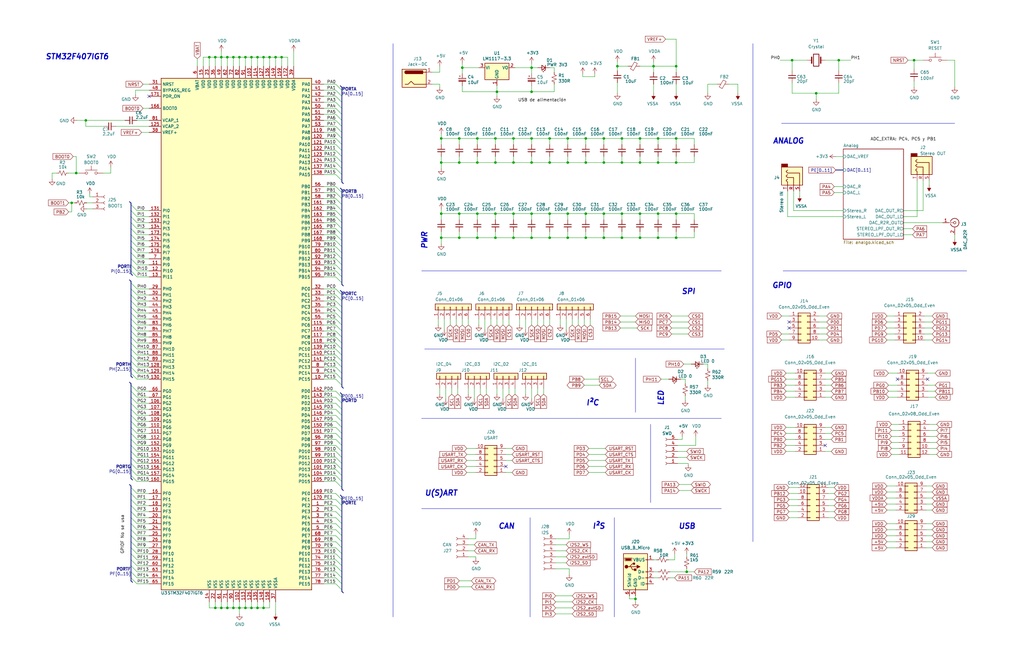
<source format=kicad_sch>
(kicad_sch (version 20230121) (generator eeschema)
  (paper "USLedger")
  (title_block (title "DSP Board") (date "2023-06-30") (rev "rev. B.1") (company "@David A. Aguirre M. - ALTELEC"))
  (junction (at 186.055 100.33))
  (junction (at 98.425 256.54))
  (junction (at 201.295 90.17))
  (junction (at 285.115 58.42))
  (junction (at 93.345 24.13))
  (junction (at 90.805 256.54))
  (junction (at 100.965 256.54))
  (junction (at 90.805 24.13))
  (junction (at 269.875 68.58))
  (junction (at 208.915 58.42))
  (junction (at 262.255 90.17))
  (junction (at 106.045 256.54))
  (junction (at 277.495 58.42))
  (junction (at 254.635 100.33))
  (junction (at 269.875 90.17))
  (junction (at 100.965 24.13))
  (junction (at 231.775 68.58))
  (junction (at 193.675 68.58))
  (junction (at 334.01 25.4))
  (junction (at 95.885 24.13))
  (junction (at 88.265 24.13))
  (junction (at 194.945 28.575))
  (junction (at 224.155 68.58))
  (junction (at 247.015 58.42))
  (junction (at 98.425 24.13))
  (junction (at 269.875 100.33))
  (junction (at 285.115 100.33))
  (junction (at 247.015 100.33))
  (junction (at 353.695 25.4))
  (junction (at 224.155 100.33))
  (junction (at 224.155 38.735))
  (junction (at 231.775 100.33))
  (junction (at 32.131 73.025))
  (junction (at 208.915 100.33))
  (junction (at 193.675 100.33))
  (junction (at 289.56 241.3))
  (junction (at 208.915 90.17))
  (junction (at 95.885 256.54))
  (junction (at 106.045 24.13))
  (junction (at 262.255 68.58))
  (junction (at 201.295 58.42))
  (junction (at 277.495 68.58))
  (junction (at 285.115 68.58))
  (junction (at 262.255 100.33))
  (junction (at 209.55 38.735))
  (junction (at 267.97 252.73))
  (junction (at 201.295 68.58))
  (junction (at 239.395 100.33))
  (junction (at 231.775 90.17))
  (junction (at 93.345 256.54))
  (junction (at 260.35 27.94))
  (junction (at 269.875 58.42))
  (junction (at 216.535 58.42))
  (junction (at 111.125 256.54))
  (junction (at 277.495 90.17))
  (junction (at 118.745 24.13))
  (junction (at 186.055 90.17))
  (junction (at 275.59 27.94))
  (junction (at 285.115 27.94))
  (junction (at 231.775 58.42))
  (junction (at 30.226 85.598))
  (junction (at 224.155 28.575))
  (junction (at 247.015 68.58))
  (junction (at 116.205 24.13))
  (junction (at 224.155 58.42))
  (junction (at 262.255 58.42))
  (junction (at 36.195 50.8))
  (junction (at 208.915 68.58))
  (junction (at 239.395 58.42))
  (junction (at 201.295 100.33))
  (junction (at 186.055 68.58))
  (junction (at 344.17 39.37))
  (junction (at 277.495 100.33))
  (junction (at 216.535 100.33))
  (junction (at 103.505 256.54))
  (junction (at 216.535 68.58))
  (junction (at 113.665 24.13))
  (junction (at 247.015 90.17))
  (junction (at 186.055 58.42))
  (junction (at 285.115 90.17))
  (junction (at 224.155 90.17))
  (junction (at 111.125 24.13))
  (junction (at 239.395 90.17))
  (junction (at 193.675 58.42))
  (junction (at 193.675 90.17))
  (junction (at 216.535 90.17))
  (junction (at 254.635 68.58))
  (junction (at 108.585 256.54))
  (junction (at 385.445 25.4))
  (junction (at 254.635 90.17))
  (junction (at 108.585 24.13))
  (junction (at 239.395 68.58))
  (junction (at 103.505 24.13))
  (junction (at 254.635 58.42))
  (no_connect (at 332.74 135.89))
  (no_connect (at 62.865 40.64))
  (no_connect (at 213.36 196.85))
  (no_connect (at 391.16 160.02))
  (no_connect (at 378.46 160.02))
  (no_connect (at 332.74 138.43))
  (no_connect (at 347.98 187.96))
  (bus_entry (at 57.785 228.6) (size -2.54 -2.54))
  (bus_entry (at 141.605 228.6) (size 2.54 2.54))
  (bus_entry (at 57.785 116.84) (size -2.54 -2.54))
  (bus_entry (at 57.785 167.64) (size -2.54 -2.54))
  (bus_entry (at 57.785 172.72) (size -2.54 -2.54))
  (bus_entry (at 57.785 157.48) (size -2.54 -2.54))
  (bus_entry (at 57.785 114.3) (size -2.54 -2.54))
  (bus_entry (at 141.605 243.84) (size 2.54 2.54))
  (bus_entry (at 141.605 68.58) (size 2.54 2.54))
  (bus_entry (at 141.605 116.84) (size 2.54 2.54))
  (bus_entry (at 141.605 129.54) (size 2.54 2.54))
  (bus_entry (at 141.605 96.52) (size 2.54 2.54))
  (bus_entry (at 141.605 104.14) (size 2.54 2.54))
  (bus_entry (at 141.605 195.58) (size 2.54 2.54))
  (bus_entry (at 141.605 220.98) (size 2.54 2.54))
  (bus_entry (at 57.785 180.34) (size -2.54 -2.54))
  (bus_entry (at 141.605 175.26) (size 2.54 2.54))
  (bus_entry (at 57.785 144.78) (size -2.54 -2.54))
  (bus_entry (at 141.605 101.6) (size 2.54 2.54))
  (bus_entry (at 141.605 45.72) (size 2.54 2.54))
  (bus_entry (at 141.605 170.18) (size 2.54 2.54))
  (bus_entry (at 57.785 223.52) (size -2.54 -2.54))
  (bus_entry (at 57.785 182.88) (size -2.54 -2.54))
  (bus_entry (at 57.785 187.96) (size -2.54 -2.54))
  (bus_entry (at 141.605 55.88) (size 2.54 2.54))
  (bus_entry (at 57.785 152.4) (size -2.54 -2.54))
  (bus_entry (at 57.785 101.6) (size -2.54 -2.54))
  (bus_entry (at 57.785 106.68) (size -2.54 -2.54))
  (bus_entry (at 57.785 233.68) (size -2.54 -2.54))
  (bus_entry (at 57.785 137.16) (size -2.54 -2.54))
  (bus_entry (at 141.605 149.86) (size 2.54 2.54))
  (bus_entry (at 57.785 139.7) (size -2.54 -2.54))
  (bus_entry (at 141.605 63.5) (size 2.54 2.54))
  (bus_entry (at 57.785 177.8) (size -2.54 -2.54))
  (bus_entry (at 141.605 43.18) (size 2.54 2.54))
  (bus_entry (at 141.605 91.44) (size 2.54 2.54))
  (bus_entry (at 141.605 208.28) (size 2.54 2.54))
  (bus_entry (at 141.605 38.1) (size 2.54 2.54))
  (bus_entry (at 141.605 66.04) (size 2.54 2.54))
  (bus_entry (at 141.605 226.06) (size 2.54 2.54))
  (bus_entry (at 141.605 172.72) (size 2.54 2.54))
  (bus_entry (at 141.605 58.42) (size 2.54 2.54))
  (bus_entry (at 141.605 127) (size 2.54 2.54))
  (bus_entry (at 141.605 111.76) (size 2.54 2.54))
  (bus_entry (at 141.605 78.74) (size 2.54 2.54))
  (bus_entry (at 141.605 152.4) (size 2.54 2.54))
  (bus_entry (at 57.785 213.36) (size -2.54 -2.54))
  (bus_entry (at 141.605 213.36) (size 2.54 2.54))
  (bus_entry (at 141.605 160.02) (size 2.54 2.54))
  (bus_entry (at 57.785 142.24) (size -2.54 -2.54))
  (bus_entry (at 57.785 127) (size -2.54 -2.54))
  (bus_entry (at 141.605 203.2) (size 2.54 2.54))
  (bus_entry (at 141.605 142.24) (size 2.54 2.54))
  (bus_entry (at 141.605 167.64) (size 2.54 2.54))
  (bus_entry (at 57.785 218.44) (size -2.54 -2.54))
  (bus_entry (at 141.605 132.08) (size 2.54 2.54))
  (bus_entry (at 141.605 238.76) (size 2.54 2.54))
  (bus_entry (at 141.605 60.96) (size 2.54 2.54))
  (bus_entry (at 141.605 134.62) (size 2.54 2.54))
  (bus_entry (at 141.605 198.12) (size 2.54 2.54))
  (bus_entry (at 141.605 187.96) (size 2.54 2.54))
  (bus_entry (at 57.785 215.9) (size -2.54 -2.54))
  (bus_entry (at 57.785 165.1) (size -2.54 -2.54))
  (bus_entry (at 141.605 233.68) (size 2.54 2.54))
  (bus_entry (at 57.785 124.46) (size -2.54 -2.54))
  (bus_entry (at 57.785 132.08) (size -2.54 -2.54))
  (bus_entry (at 141.605 99.06) (size 2.54 2.54))
  (bus_entry (at 141.605 218.44) (size 2.54 2.54))
  (bus_entry (at 57.785 109.22) (size -2.54 -2.54))
  (bus_entry (at 57.785 154.94) (size -2.54 -2.54))
  (bus_entry (at 57.785 236.22) (size -2.54 -2.54))
  (bus_entry (at 57.785 93.98) (size -2.54 -2.54))
  (bus_entry (at 57.785 88.9) (size -2.54 -2.54))
  (bus_entry (at 141.605 236.22) (size 2.54 2.54))
  (bus_entry (at 57.785 185.42) (size -2.54 -2.54))
  (bus_entry (at 141.605 93.98) (size 2.54 2.54))
  (bus_entry (at 57.785 231.14) (size -2.54 -2.54))
  (bus_entry (at 57.785 170.18) (size -2.54 -2.54))
  (bus_entry (at 141.605 246.38) (size 2.54 2.54))
  (bus_entry (at 141.605 71.12) (size 2.54 2.54))
  (bus_entry (at 141.605 35.56) (size 2.54 2.54))
  (bus_entry (at 57.785 129.54) (size -2.54 -2.54))
  (bus_entry (at 141.605 83.82) (size 2.54 2.54))
  (bus_entry (at 141.605 81.28) (size 2.54 2.54))
  (bus_entry (at 57.785 160.02) (size -2.54 -2.54))
  (bus_entry (at 141.605 180.34) (size 2.54 2.54))
  (bus_entry (at 141.605 223.52) (size 2.54 2.54))
  (bus_entry (at 57.785 96.52) (size -2.54 -2.54))
  (bus_entry (at 57.785 121.92) (size -2.54 -2.54))
  (bus_entry (at 141.605 50.8) (size 2.54 2.54))
  (bus_entry (at 141.605 241.3) (size 2.54 2.54))
  (bus_entry (at 141.605 154.94) (size 2.54 2.54))
  (bus_entry (at 141.605 106.68) (size 2.54 2.54))
  (bus_entry (at 141.605 200.66) (size 2.54 2.54))
  (bus_entry (at 57.785 208.28) (size -2.54 -2.54))
  (bus_entry (at 57.785 104.14) (size -2.54 -2.54))
  (bus_entry (at 141.605 147.32) (size 2.54 2.54))
  (bus_entry (at 57.785 190.5) (size -2.54 -2.54))
  (bus_entry (at 57.785 193.04) (size -2.54 -2.54))
  (bus_entry (at 141.605 121.92) (size 2.54 2.54))
  (bus_entry (at 57.785 241.3) (size -2.54 -2.54))
  (bus_entry (at 57.785 238.76) (size -2.54 -2.54))
  (bus_entry (at 141.605 48.26) (size 2.54 2.54))
  (bus_entry (at 141.605 215.9) (size 2.54 2.54))
  (bus_entry (at 57.785 198.12) (size -2.54 -2.54))
  (bus_entry (at 141.605 231.14) (size 2.54 2.54))
  (bus_entry (at 57.785 175.26) (size -2.54 -2.54))
  (bus_entry (at 141.605 165.1) (size 2.54 2.54))
  (bus_entry (at 141.605 182.88) (size 2.54 2.54))
  (bus_entry (at 141.605 86.36) (size 2.54 2.54))
  (bus_entry (at 57.785 226.06) (size -2.54 -2.54))
  (bus_entry (at 57.785 203.2) (size -2.54 -2.54))
  (bus_entry (at 57.785 149.86) (size -2.54 -2.54))
  (bus_entry (at 57.785 200.66) (size -2.54 -2.54))
  (bus_entry (at 141.605 157.48) (size 2.54 2.54))
  (bus_entry (at 141.605 193.04) (size 2.54 2.54))
  (bus_entry (at 141.605 114.3) (size 2.54 2.54))
  (bus_entry (at 141.605 137.16) (size 2.54 2.54))
  (bus_entry (at 57.785 91.44) (size -2.54 -2.54))
  (bus_entry (at 141.605 40.64) (size 2.54 2.54))
  (bus_entry (at 57.785 111.76) (size -2.54 -2.54))
  (bus_entry (at 141.605 190.5) (size 2.54 2.54))
  (bus_entry (at 57.785 210.82) (size -2.54 -2.54))
  (bus_entry (at 141.605 185.42) (size 2.54 2.54))
  (bus_entry (at 141.605 139.7) (size 2.54 2.54))
  (bus_entry (at 141.605 88.9) (size 2.54 2.54))
  (bus_entry (at 57.785 220.98) (size -2.54 -2.54))
  (bus_entry (at 57.785 195.58) (size -2.54 -2.54))
  (bus_entry (at 141.605 210.82) (size 2.54 2.54))
  (bus_entry (at 141.605 73.66) (size 2.54 2.54))
  (bus_entry (at 57.785 147.32) (size -2.54 -2.54))
  (bus_entry (at 57.785 246.38) (size -2.54 -2.54))
  (bus_entry (at 141.605 53.34) (size 2.54 2.54))
  (bus_entry (at 141.605 144.78) (size 2.54 2.54))
  (bus_entry (at 141.605 177.8) (size 2.54 2.54))
  (bus_entry (at 57.785 243.84) (size -2.54 -2.54))
  (bus_entry (at 57.785 134.62) (size -2.54 -2.54))
  (bus_entry (at 141.605 124.46) (size 2.54 2.54))
  (bus_entry (at 57.785 99.06) (size -2.54 -2.54))
  (bus_entry (at 141.605 109.22) (size 2.54 2.54))
  (wire (pts (xy 62.865 53.34) (xy 48.895 53.34)))
  (wire (pts (xy 136.525 55.88) (xy 141.605 55.88)))
  (wire (pts (xy 285.115 35.56) (xy 285.115 39.37)))
  (wire (pts (xy 103.505 24.13) (xy 100.965 24.13)))
  (wire (pts (xy 193.675 92.71) (xy 193.675 90.17)))
  (wire (pts (xy 224.155 66.04) (xy 224.155 68.58)))
  (wire (pts (xy 393.065 207.645) (xy 390.525 207.645)))
  (bus (pts (xy 144.145 43.18) (xy 144.145 45.72)))
  (wire (pts (xy 234.315 229.87) (xy 238.76 229.87)))
  (wire (pts (xy 193.675 58.42) (xy 201.295 58.42)))
  (wire (pts (xy 350.52 167.64) (xy 347.98 167.64)))
  (bus (pts (xy 55.245 200.66) (xy 55.245 201.93)))
  (wire (pts (xy 141.605 170.18) (xy 136.525 170.18)))
  (bus (pts (xy 144.145 55.88) (xy 144.145 58.42)))
  (bus (pts (xy 55.245 86.36) (xy 55.245 88.9)))
  (wire (pts (xy 141.605 215.9) (xy 136.525 215.9)))
  (wire (pts (xy 385.445 25.4) (xy 385.445 29.21)))
  (bus (pts (xy 55.245 106.68) (xy 55.245 109.22)))
  (bus (pts (xy 144.145 195.58) (xy 144.145 198.12)))
  (bus (pts (xy 144.145 111.76) (xy 144.145 114.3)))
  (wire (pts (xy 292.735 58.42) (xy 285.115 58.42)))
  (wire (pts (xy 275.59 241.3) (xy 277.495 241.3)))
  (wire (pts (xy 113.665 254) (xy 113.665 256.54)))
  (bus (pts (xy 55.245 228.6) (xy 55.245 231.14)))
  (bus (pts (xy 144.145 132.08) (xy 144.145 134.62)))
  (bus (pts (xy 144.145 50.8) (xy 144.145 53.34)))
  (wire (pts (xy 136.525 88.9) (xy 141.605 88.9)))
  (bus (pts (xy 55.245 167.64) (xy 55.245 170.18)))
  (wire (pts (xy 62.865 96.52) (xy 57.785 96.52)))
  (wire (pts (xy 234.315 259.08) (xy 241.3 259.08)))
  (wire (pts (xy 283.21 135.89) (xy 290.195 135.89)))
  (bus (pts (xy 55.245 215.9) (xy 55.245 218.44)))
  (wire (pts (xy 285.115 68.58) (xy 292.735 68.58)))
  (wire (pts (xy 374.015 207.645) (xy 377.825 207.645)))
  (wire (pts (xy 334.01 39.37) (xy 334.01 34.925)))
  (bus (pts (xy 55.245 124.46) (xy 55.245 127)))
  (bus (pts (xy 144.145 147.32) (xy 144.145 149.86)))
  (wire (pts (xy 85.725 24.13) (xy 85.725 27.94)))
  (wire (pts (xy 344.17 39.37) (xy 334.01 39.37)))
  (wire (pts (xy 331.47 180.34) (xy 335.28 180.34)))
  (wire (pts (xy 262.255 58.42) (xy 254.635 58.42)))
  (bus (pts (xy 144.145 91.44) (xy 144.145 93.98)))
  (wire (pts (xy 186.055 102.87) (xy 186.055 100.33)))
  (wire (pts (xy 106.045 256.54) (xy 106.045 254)))
  (bus (pts (xy 144.145 203.2) (xy 144.145 205.74)))
  (wire (pts (xy 332.74 218.44) (xy 336.55 218.44)))
  (wire (pts (xy 100.965 256.54) (xy 103.505 256.54)))
  (wire (pts (xy 62.865 233.68) (xy 57.785 233.68)))
  (wire (pts (xy 62.865 109.22) (xy 57.785 109.22)))
  (wire (pts (xy 275.59 236.22) (xy 276.86 236.22)))
  (wire (pts (xy 331.47 162.56) (xy 335.28 162.56)))
  (wire (pts (xy 113.665 24.13) (xy 113.665 27.94)))
  (wire (pts (xy 62.865 93.98) (xy 57.785 93.98)))
  (wire (pts (xy 141.605 220.98) (xy 136.525 220.98)))
  (wire (pts (xy 62.865 215.9) (xy 57.785 215.9)))
  (wire (pts (xy 254.635 58.42) (xy 247.015 58.42)))
  (wire (pts (xy 185.42 27.94) (xy 185.42 30.48)))
  (wire (pts (xy 269.875 90.17) (xy 262.255 90.17)))
  (wire (pts (xy 265.43 252.73) (xy 267.97 252.73)))
  (wire (pts (xy 83.185 24.765) (xy 83.185 27.94)))
  (bus (pts (xy 144.145 193.04) (xy 144.145 195.58)))
  (wire (pts (xy 285.75 195.58) (xy 290.195 195.58)))
  (wire (pts (xy 136.525 68.58) (xy 141.605 68.58)))
  (wire (pts (xy 98.425 24.13) (xy 98.425 27.94)))
  (bus (pts (xy 55.245 233.68) (xy 55.245 236.22)))
  (wire (pts (xy 234.315 256.54) (xy 241.3 256.54)))
  (wire (pts (xy 136.525 111.76) (xy 141.605 111.76)))
  (polyline (pts (xy 329.565 52.07) (xy 402.59 52.07)))
  (wire (pts (xy 141.605 228.6) (xy 136.525 228.6)))
  (wire (pts (xy 234.315 251.46) (xy 241.3 251.46)))
  (wire (pts (xy 197.485 229.87) (xy 200.025 229.87)))
  (bus (pts (xy 55.245 129.54) (xy 55.245 132.08)))
  (wire (pts (xy 216.535 100.33) (xy 224.155 100.33)))
  (wire (pts (xy 224.155 100.33) (xy 231.775 100.33)))
  (wire (pts (xy 285.115 16.51) (xy 285.115 27.94)))
  (bus (pts (xy 144.145 226.06) (xy 144.145 228.6)))
  (wire (pts (xy 197.485 166.37) (xy 197.485 163.83)))
  (wire (pts (xy 201.93 137.16) (xy 201.93 134.62)))
  (wire (pts (xy 332.105 80.645) (xy 332.105 91.44)))
  (wire (pts (xy 136.525 83.82) (xy 141.605 83.82)))
  (bus (pts (xy 144.145 166.37) (xy 144.145 167.64)))
  (wire (pts (xy 62.865 157.48) (xy 57.785 157.48)))
  (wire (pts (xy 209.55 134.62) (xy 209.55 137.16)))
  (wire (pts (xy 190.5 163.83) (xy 190.5 166.37)))
  (wire (pts (xy 103.505 254) (xy 103.505 256.54)))
  (wire (pts (xy 332.74 208.28) (xy 336.55 208.28)))
  (wire (pts (xy 136.525 101.6) (xy 141.605 101.6)))
  (bus (pts (xy 144.145 116.84) (xy 144.145 119.38)))
  (wire (pts (xy 62.865 236.22) (xy 57.785 236.22)))
  (bus (pts (xy 144.145 71.12) (xy 144.145 73.66)))
  (wire (pts (xy 275.59 30.48) (xy 275.59 27.94)))
  (wire (pts (xy 186.055 58.42) (xy 186.055 60.96)))
  (bus (pts (xy 144.145 137.16) (xy 144.145 139.7)))
  (wire (pts (xy 62.865 218.44) (xy 57.785 218.44)))
  (bus (pts (xy 144.145 162.56) (xy 144.145 163.195)))
  (bus (pts (xy 55.245 193.04) (xy 55.245 195.58)))
  (wire (pts (xy 353.695 25.4) (xy 353.695 29.845)))
  (bus (pts (xy 144.145 163.195) (xy 144.78 163.83)))
  (wire (pts (xy 186.055 71.12) (xy 186.055 68.58)))
  (wire (pts (xy 62.865 111.76) (xy 57.785 111.76)))
  (wire (pts (xy 269.875 58.42) (xy 262.255 58.42)))
  (wire (pts (xy 348.615 140.97) (xy 345.44 140.97)))
  (wire (pts (xy 192.405 134.62) (xy 192.405 137.16)))
  (wire (pts (xy 347.98 157.48) (xy 350.52 157.48)))
  (bus (pts (xy 144.145 134.62) (xy 144.145 137.16)))
  (wire (pts (xy 234.315 237.49) (xy 238.76 237.49)))
  (wire (pts (xy 285.115 90.17) (xy 277.495 90.17)))
  (wire (pts (xy 136.525 129.54) (xy 141.605 129.54)))
  (wire (pts (xy 28.956 85.598) (xy 30.226 85.598)))
  (wire (pts (xy 141.605 218.44) (xy 136.525 218.44)))
  (wire (pts (xy 233.68 38.735) (xy 224.155 38.735)))
  (wire (pts (xy 88.265 256.54) (xy 90.805 256.54)))
  (wire (pts (xy 209.55 40.64) (xy 209.55 38.735)))
  (wire (pts (xy 393.065 210.185) (xy 390.525 210.185)))
  (wire (pts (xy 374.015 140.97) (xy 377.19 140.97)))
  (wire (pts (xy 402.59 25.4) (xy 399.415 25.4)))
  (wire (pts (xy 62.865 134.62) (xy 57.785 134.62)))
  (wire (pts (xy 62.865 175.26) (xy 57.785 175.26)))
  (wire (pts (xy 239.395 66.04) (xy 239.395 68.58)))
  (wire (pts (xy 62.865 200.66) (xy 57.785 200.66)))
  (bus (pts (xy 55.245 226.06) (xy 55.245 228.6)))
  (bus (pts (xy 55.245 154.94) (xy 55.245 157.48)))
  (wire (pts (xy 393.065 212.725) (xy 390.525 212.725)))
  (wire (pts (xy 252.73 162.56) (xy 246.38 162.56)))
  (wire (pts (xy 62.865 185.42) (xy 57.785 185.42)))
  (wire (pts (xy 141.605 167.64) (xy 136.525 167.64)))
  (wire (pts (xy 224.155 26.67) (xy 224.155 28.575)))
  (wire (pts (xy 394.335 165.1) (xy 391.16 165.1)))
  (bus (pts (xy 55.245 91.44) (xy 55.245 93.98)))
  (bus (pts (xy 144.145 45.72) (xy 144.145 48.26)))
  (wire (pts (xy 269.875 97.79) (xy 269.875 100.33)))
  (bus (pts (xy 144.145 166.37) (xy 143.51 165.735)))
  (wire (pts (xy 243.84 134.62) (xy 243.84 137.16)))
  (wire (pts (xy 247.015 100.33) (xy 254.635 100.33)))
  (wire (pts (xy 334.645 88.9) (xy 355.6 88.9)))
  (bus (pts (xy 55.245 162.56) (xy 55.245 165.1)))
  (wire (pts (xy 141.605 190.5) (xy 136.525 190.5)))
  (wire (pts (xy 186.055 66.04) (xy 186.055 68.58)))
  (wire (pts (xy 355.6 81.28) (xy 351.79 81.28)))
  (wire (pts (xy 116.205 24.13) (xy 116.205 27.94)))
  (wire (pts (xy 62.865 124.46) (xy 57.785 124.46)))
  (wire (pts (xy 277.495 97.79) (xy 277.495 100.33)))
  (wire (pts (xy 118.745 24.13) (xy 121.285 24.13)))
  (bus (pts (xy 55.245 161.925) (xy 54.61 161.29)))
  (wire (pts (xy 234.315 227.33) (xy 240.03 227.33)))
  (wire (pts (xy 236.22 137.16) (xy 236.22 134.62)))
  (wire (pts (xy 402.59 36.83) (xy 402.59 25.4)))
  (bus (pts (xy 144.145 157.48) (xy 144.145 160.02)))
  (wire (pts (xy 332.74 205.74) (xy 336.55 205.74)))
  (wire (pts (xy 285.115 66.04) (xy 285.115 68.58)))
  (wire (pts (xy 234.315 232.41) (xy 238.76 232.41)))
  (bus (pts (xy 55.245 142.24) (xy 55.245 144.78)))
  (wire (pts (xy 62.865 187.96) (xy 57.785 187.96)))
  (wire (pts (xy 62.865 35.56) (xy 60.325 35.56)))
  (wire (pts (xy 231.775 97.79) (xy 231.775 100.33)))
  (bus (pts (xy 55.245 139.7) (xy 55.245 142.24)))
  (wire (pts (xy 136.525 139.7) (xy 141.605 139.7)))
  (wire (pts (xy 285.75 193.04) (xy 289.56 193.04)))
  (wire (pts (xy 207.01 134.62) (xy 207.01 137.16)))
  (wire (pts (xy 216.535 66.04) (xy 216.535 68.58)))
  (bus (pts (xy 144.145 160.02) (xy 144.145 162.56)))
  (wire (pts (xy 250.825 31.115) (xy 250.825 32.385)))
  (wire (pts (xy 136.525 134.62) (xy 141.605 134.62)))
  (wire (pts (xy 282.575 243.84) (xy 284.48 243.84)))
  (wire (pts (xy 62.865 213.36) (xy 57.785 213.36)))
  (wire (pts (xy 196.85 196.85) (xy 200.66 196.85)))
  (wire (pts (xy 215.9 199.39) (xy 213.36 199.39)))
  (wire (pts (xy 36.195 50.8) (xy 52.705 50.8)))
  (wire (pts (xy 262.255 68.58) (xy 269.875 68.58)))
  (wire (pts (xy 136.525 106.68) (xy 141.605 106.68)))
  (bus (pts (xy 144.145 38.1) (xy 144.145 40.64)))
  (wire (pts (xy 285.115 92.71) (xy 285.115 90.17)))
  (wire (pts (xy 402.59 99.06) (xy 402.59 100.965)))
  (wire (pts (xy 254.635 68.58) (xy 262.255 68.58)))
  (bus (pts (xy 55.245 85.725) (xy 54.61 85.09)))
  (wire (pts (xy 136.525 38.1) (xy 141.605 38.1)))
  (bus (pts (xy 144.145 142.24) (xy 144.145 144.78)))
  (wire (pts (xy 374.65 157.48) (xy 378.46 157.48)))
  (bus (pts (xy 144.145 220.98) (xy 144.145 223.52)))
  (wire (pts (xy 93.345 24.13) (xy 93.345 27.94)))
  (wire (pts (xy 347.98 180.34) (xy 350.52 180.34)))
  (bus (pts (xy 55.245 147.32) (xy 55.245 149.86)))
  (bus (pts (xy 144.145 228.6) (xy 144.145 231.14)))
  (wire (pts (xy 141.605 226.06) (xy 136.525 226.06)))
  (bus (pts (xy 55.245 185.42) (xy 55.245 187.96)))
  (wire (pts (xy 141.605 182.88) (xy 136.525 182.88)))
  (wire (pts (xy 106.045 24.13) (xy 103.505 24.13)))
  (wire (pts (xy 331.47 187.96) (xy 335.28 187.96)))
  (wire (pts (xy 292.735 100.33) (xy 292.735 97.79)))
  (wire (pts (xy 136.525 40.64) (xy 141.605 40.64)))
  (wire (pts (xy 331.47 165.1) (xy 335.28 165.1)))
  (bus (pts (xy 55.245 210.82) (xy 55.245 213.36)))
  (bus (pts (xy 55.245 180.34) (xy 55.245 182.88)))
  (bus (pts (xy 144.145 120.015) (xy 144.78 120.65)))
  (wire (pts (xy 46.736 73.025) (xy 43.561 73.025)))
  (wire (pts (xy 136.525 124.46) (xy 141.605 124.46)))
  (wire (pts (xy 374.015 133.35) (xy 377.19 133.35)))
  (wire (pts (xy 397.51 93.98) (xy 381 93.98)))
  (wire (pts (xy 378.46 162.56) (xy 374.65 162.56)))
  (bus (pts (xy 55.245 119.38) (xy 55.245 121.92)))
  (polyline (pts (xy 165.735 18.415) (xy 165.735 260.35)))
  (wire (pts (xy 224.155 36.195) (xy 224.155 38.735)))
  (bus (pts (xy 144.145 236.22) (xy 144.145 238.76)))
  (wire (pts (xy 98.425 256.54) (xy 100.965 256.54)))
  (bus (pts (xy 55.245 132.08) (xy 55.245 134.62)))
  (wire (pts (xy 286.385 204.47) (xy 291.465 204.47)))
  (wire (pts (xy 136.525 99.06) (xy 141.605 99.06)))
  (wire (pts (xy 103.505 24.13) (xy 103.505 27.94)))
  (wire (pts (xy 285.115 60.96) (xy 285.115 58.42)))
  (polyline (pts (xy 177.8 176.53) (xy 304.165 176.53)))
  (wire (pts (xy 290.195 196.215) (xy 290.195 195.58)))
  (wire (pts (xy 205.105 163.83) (xy 205.105 166.37)))
  (wire (pts (xy 261.62 138.43) (xy 268.605 138.43)))
  (bus (pts (xy 144.145 80.01) (xy 144.145 81.28)))
  (wire (pts (xy 62.865 193.04) (xy 57.785 193.04)))
  (wire (pts (xy 351.79 218.44) (xy 349.25 218.44)))
  (wire (pts (xy 353.695 39.37) (xy 344.17 39.37)))
  (wire (pts (xy 62.865 91.44) (xy 57.785 91.44)))
  (wire (pts (xy 231.775 68.58) (xy 239.395 68.58)))
  (bus (pts (xy 55.245 85.725) (xy 55.245 86.36)))
  (wire (pts (xy 136.525 53.34) (xy 141.605 53.34)))
  (wire (pts (xy 374.015 143.51) (xy 377.19 143.51)))
  (bus (pts (xy 144.145 80.01) (xy 143.51 79.375)))
  (wire (pts (xy 21.971 73.025) (xy 23.876 73.025)))
  (wire (pts (xy 186.055 68.58) (xy 193.675 68.58)))
  (wire (pts (xy 287.02 160.02) (xy 288.925 160.02)))
  (wire (pts (xy 347.98 25.4) (xy 353.695 25.4)))
  (wire (pts (xy 186.055 90.17) (xy 193.675 90.17)))
  (wire (pts (xy 196.85 191.77) (xy 200.66 191.77)))
  (wire (pts (xy 374.015 215.265) (xy 377.825 215.265)))
  (wire (pts (xy 374.015 138.43) (xy 377.19 138.43)))
  (wire (pts (xy 197.485 134.62) (xy 197.485 137.16)))
  (wire (pts (xy 394.97 184.15) (xy 391.795 184.15)))
  (bus (pts (xy 144.145 190.5) (xy 144.145 193.04)))
  (bus (pts (xy 55.245 213.36) (xy 55.245 215.9)))
  (bus (pts (xy 144.145 205.74) (xy 144.145 206.375)))
  (wire (pts (xy 349.25 205.74) (xy 351.79 205.74)))
  (bus (pts (xy 144.145 185.42) (xy 144.145 187.96)))
  (wire (pts (xy 229.235 163.83) (xy 229.235 166.37)))
  (wire (pts (xy 285.115 100.33) (xy 292.735 100.33)))
  (bus (pts (xy 144.145 127) (xy 144.145 129.54)))
  (wire (pts (xy 381 96.52) (xy 384.81 96.52)))
  (wire (pts (xy 269.875 100.33) (xy 277.495 100.33)))
  (bus (pts (xy 144.145 60.96) (xy 144.145 63.5)))
  (wire (pts (xy 375.92 189.23) (xy 379.095 189.23)))
  (wire (pts (xy 62.865 114.3) (xy 57.785 114.3)))
  (wire (pts (xy 262.255 100.33) (xy 269.875 100.33)))
  (wire (pts (xy 355.6 66.04) (xy 352.425 66.04)))
  (wire (pts (xy 289.56 241.3) (xy 292.735 241.3)))
  (wire (pts (xy 267.97 252.73) (xy 267.97 254)))
  (wire (pts (xy 231.775 28.575) (xy 233.68 28.575)))
  (wire (pts (xy 275.59 27.94) (xy 275.59 26.035)))
  (wire (pts (xy 248.285 194.31) (xy 255.27 194.31)))
  (wire (pts (xy 201.93 28.575) (xy 194.945 28.575)))
  (wire (pts (xy 385.445 25.4) (xy 382.905 25.4)))
  (wire (pts (xy 88.265 254) (xy 88.265 256.54)))
  (bus (pts (xy 144.145 96.52) (xy 144.145 99.06)))
  (wire (pts (xy 208.915 58.42) (xy 201.295 58.42)))
  (wire (pts (xy 136.525 144.78) (xy 141.605 144.78)))
  (wire (pts (xy 62.865 180.34) (xy 57.785 180.34)))
  (wire (pts (xy 30.861 66.04) (xy 32.131 66.04)))
  (bus (pts (xy 144.145 106.68) (xy 144.145 109.22)))
  (bus (pts (xy 144.145 63.5) (xy 144.145 66.04)))
  (wire (pts (xy 30.226 85.598) (xy 31.496 85.598)))
  (bus (pts (xy 144.145 170.18) (xy 144.145 172.72)))
  (wire (pts (xy 224.155 90.17) (xy 216.535 90.17)))
  (wire (pts (xy 28.956 73.025) (xy 32.131 73.025)))
  (bus (pts (xy 55.245 243.84) (xy 55.245 245.11)))
  (wire (pts (xy 216.535 68.58) (xy 224.155 68.58)))
  (wire (pts (xy 136.525 147.32) (xy 141.605 147.32)))
  (wire (pts (xy 62.865 172.72) (xy 57.785 172.72)))
  (wire (pts (xy 391.795 76.2) (xy 391.795 78.105)))
  (bus (pts (xy 144.145 66.04) (xy 144.145 68.58)))
  (wire (pts (xy 197.485 232.41) (xy 200.025 232.41)))
  (wire (pts (xy 219.075 137.16) (xy 219.075 134.62)))
  (wire (pts (xy 298.45 160.655) (xy 298.45 162.56)))
  (wire (pts (xy 307.34 35.56) (xy 311.15 35.56)))
  (wire (pts (xy 141.605 195.58) (xy 136.525 195.58)))
  (wire (pts (xy 393.065 231.14) (xy 390.525 231.14)))
  (wire (pts (xy 214.63 134.62) (xy 214.63 137.16)))
  (wire (pts (xy 269.875 90.17) (xy 277.495 90.17)))
  (wire (pts (xy 345.44 143.51) (xy 348.615 143.51)))
  (wire (pts (xy 238.76 139.065) (xy 238.76 134.62)))
  (wire (pts (xy 224.155 97.79) (xy 224.155 100.33)))
  (wire (pts (xy 62.865 182.88) (xy 57.785 182.88)))
  (wire (pts (xy 62.865 165.1) (xy 57.785 165.1)))
  (bus (pts (xy 144.145 73.66) (xy 144.145 76.2)))
  (wire (pts (xy 288.925 167.005) (xy 288.925 168.91)))
  (wire (pts (xy 374.015 231.14) (xy 377.825 231.14)))
  (wire (pts (xy 375.92 184.15) (xy 379.095 184.15)))
  (wire (pts (xy 289.56 233.68) (xy 289.56 234.95)))
  (wire (pts (xy 351.79 208.28) (xy 349.25 208.28)))
  (wire (pts (xy 389.255 76.2) (xy 389.255 88.9)))
  (wire (pts (xy 283.21 138.43) (xy 290.195 138.43)))
  (wire (pts (xy 141.605 193.04) (xy 136.525 193.04)))
  (wire (pts (xy 248.285 199.39) (xy 255.27 199.39)))
  (wire (pts (xy 260.35 34.925) (xy 260.35 39.37)))
  (wire (pts (xy 224.155 28.575) (xy 224.155 31.115)))
  (bus (pts (xy 144.145 215.9) (xy 144.145 218.44)))
  (wire (pts (xy 214.63 163.83) (xy 214.63 166.37)))
  (wire (pts (xy 293.37 184.15) (xy 293.37 187.96)))
  (wire (pts (xy 269.875 58.42) (xy 277.495 58.42)))
  (bus (pts (xy 55.245 220.98) (xy 55.245 223.52)))
  (wire (pts (xy 331.47 182.88) (xy 335.28 182.88)))
  (wire (pts (xy 261.62 133.35) (xy 267.97 133.35)))
  (wire (pts (xy 136.525 160.02) (xy 141.605 160.02)))
  (wire (pts (xy 62.865 238.76) (xy 57.785 238.76)))
  (wire (pts (xy 384.81 99.06) (xy 381 99.06)))
  (wire (pts (xy 108.585 24.13) (xy 111.125 24.13)))
  (bus (pts (xy 144.145 243.84) (xy 144.145 246.38)))
  (bus (pts (xy 55.245 118.745) (xy 54.61 118.11)))
  (wire (pts (xy 262.255 90.17) (xy 254.635 90.17)))
  (wire (pts (xy 136.525 35.56) (xy 141.605 35.56)))
  (wire (pts (xy 239.395 90.17) (xy 231.775 90.17)))
  (wire (pts (xy 231.775 100.33) (xy 239.395 100.33)))
  (wire (pts (xy 141.605 210.82) (xy 136.525 210.82)))
  (wire (pts (xy 36.195 53.34) (xy 36.195 50.8)))
  (wire (pts (xy 93.345 21.59) (xy 93.345 24.13)))
  (wire (pts (xy 100.965 24.13) (xy 100.965 27.94)))
  (wire (pts (xy 62.865 195.58) (xy 57.785 195.58)))
  (bus (pts (xy 144.145 101.6) (xy 144.145 104.14)))
  (wire (pts (xy 185.42 35.56) (xy 182.245 35.56)))
  (wire (pts (xy 111.125 24.13) (xy 111.125 27.94)))
  (wire (pts (xy 351.79 210.82) (xy 349.25 210.82)))
  (wire (pts (xy 260.35 27.94) (xy 260.35 26.035)))
  (wire (pts (xy 136.525 66.04) (xy 141.605 66.04)))
  (wire (pts (xy 141.605 177.8) (xy 136.525 177.8)))
  (wire (pts (xy 136.525 104.14) (xy 141.605 104.14)))
  (bus (pts (xy 55.245 238.76) (xy 55.245 241.3)))
  (wire (pts (xy 351.79 215.9) (xy 349.25 215.9)))
  (wire (pts (xy 141.605 241.3) (xy 136.525 241.3)))
  (wire (pts (xy 136.525 63.5) (xy 141.605 63.5)))
  (wire (pts (xy 111.125 24.13) (xy 113.665 24.13)))
  (wire (pts (xy 186.055 88.265) (xy 186.055 90.17)))
  (wire (pts (xy 136.525 60.96) (xy 141.605 60.96)))
  (wire (pts (xy 334.01 25.4) (xy 334.01 29.845)))
  (wire (pts (xy 136.525 43.18) (xy 141.605 43.18)))
  (wire (pts (xy 248.92 134.62) (xy 248.92 137.16)))
  (bus (pts (xy 144.145 139.7) (xy 144.145 142.24)))
  (wire (pts (xy 246.38 134.62) (xy 246.38 137.16)))
  (wire (pts (xy 262.255 92.71) (xy 262.255 90.17)))
  (wire (pts (xy 141.605 187.96) (xy 136.525 187.96)))
  (bus (pts (xy 55.245 134.62) (xy 55.245 137.16)))
  (polyline (pts (xy 177.8 214.63) (xy 304.165 214.63)))
  (wire (pts (xy 93.345 256.54) (xy 95.885 256.54)))
  (wire (pts (xy 62.865 198.12) (xy 57.785 198.12)))
  (wire (pts (xy 189.865 134.62) (xy 189.865 137.16)))
  (wire (pts (xy 296.545 153.67) (xy 298.45 153.67)))
  (wire (pts (xy 111.125 256.54) (xy 108.585 256.54)))
  (wire (pts (xy 226.695 28.575) (xy 224.155 28.575)))
  (wire (pts (xy 95.885 256.54) (xy 98.425 256.54)))
  (bus (pts (xy 144.145 248.92) (xy 144.145 249.555)))
  (wire (pts (xy 389.255 88.9) (xy 381 88.9)))
  (wire (pts (xy 374.015 226.06) (xy 377.825 226.06)))
  (wire (pts (xy 113.665 256.54) (xy 111.125 256.54)))
  (wire (pts (xy 265.43 251.46) (xy 265.43 252.73)))
  (bus (pts (xy 55.245 101.6) (xy 55.245 104.14)))
  (bus (pts (xy 55.245 205.105) (xy 55.245 205.74)))
  (bus (pts (xy 144.145 36.83) (xy 144.145 38.1)))
  (wire (pts (xy 277.495 60.96) (xy 277.495 58.42)))
  (bus (pts (xy 55.245 195.58) (xy 55.245 198.12)))
  (polyline (pts (xy 267.97 151.13) (xy 267.97 173.99)))
  (wire (pts (xy 196.85 199.39) (xy 200.66 199.39)))
  (bus (pts (xy 55.245 190.5) (xy 55.245 193.04)))
  (bus (pts (xy 144.145 76.2) (xy 144.145 76.835)))
  (wire (pts (xy 136.525 121.92) (xy 141.605 121.92)))
  (wire (pts (xy 269.875 92.71) (xy 269.875 90.17)))
  (polyline (pts (xy 330.2 114.3) (xy 407.67 114.3)))
  (bus (pts (xy 144.145 209.55) (xy 144.145 210.82)))
  (polyline (pts (xy 274.32 179.07) (xy 274.32 212.09)))
  (wire (pts (xy 193.675 100.33) (xy 201.295 100.33)))
  (wire (pts (xy 277.495 100.33) (xy 285.115 100.33)))
  (wire (pts (xy 62.865 38.1) (xy 57.15 38.1)))
  (wire (pts (xy 331.47 157.48) (xy 335.28 157.48)))
  (wire (pts (xy 239.395 97.79) (xy 239.395 100.33)))
  (wire (pts (xy 121.285 24.13) (xy 121.285 27.94)))
  (wire (pts (xy 247.015 60.96) (xy 247.015 58.42)))
  (bus (pts (xy 144.145 187.96) (xy 144.145 190.5)))
  (wire (pts (xy 375.92 191.77) (xy 379.095 191.77)))
  (bus (pts (xy 144.145 88.9) (xy 144.145 91.44)))
  (bus (pts (xy 55.245 109.22) (xy 55.245 111.76)))
  (wire (pts (xy 62.865 139.7) (xy 57.785 139.7)))
  (wire (pts (xy 292.735 60.96) (xy 292.735 58.42)))
  (wire (pts (xy 350.52 160.02) (xy 347.98 160.02)))
  (wire (pts (xy 292.735 68.58) (xy 292.735 66.04)))
  (wire (pts (xy 209.55 38.735) (xy 209.55 36.195)))
  (wire (pts (xy 62.865 226.06) (xy 57.785 226.06)))
  (wire (pts (xy 216.535 90.17) (xy 208.915 90.17)))
  (wire (pts (xy 216.535 92.71) (xy 216.535 90.17)))
  (wire (pts (xy 141.605 200.66) (xy 136.525 200.66)))
  (bus (pts (xy 144.145 86.36) (xy 144.145 88.9)))
  (wire (pts (xy 93.345 24.13) (xy 95.885 24.13)))
  (wire (pts (xy 231.775 90.17) (xy 224.155 90.17)))
  (wire (pts (xy 100.965 259.08) (xy 100.965 256.54)))
  (wire (pts (xy 98.425 24.13) (xy 100.965 24.13)))
  (wire (pts (xy 62.865 132.08) (xy 57.785 132.08)))
  (wire (pts (xy 332.74 213.36) (xy 336.55 213.36)))
  (wire (pts (xy 283.21 140.97) (xy 290.195 140.97)))
  (bus (pts (xy 144.145 231.14) (xy 144.145 233.68)))
  (wire (pts (xy 208.915 92.71) (xy 208.915 90.17)))
  (bus (pts (xy 55.245 157.48) (xy 55.245 158.75)))
  (bus (pts (xy 144.145 119.38) (xy 144.145 120.015)))
  (wire (pts (xy 62.865 154.94) (xy 57.785 154.94)))
  (wire (pts (xy 95.885 254) (xy 95.885 256.54)))
  (wire (pts (xy 62.865 101.6) (xy 57.785 101.6)))
  (wire (pts (xy 136.525 81.28) (xy 141.605 81.28)))
  (wire (pts (xy 37.846 81.788) (xy 37.846 83.058)))
  (bus (pts (xy 144.145 218.44) (xy 144.145 220.98)))
  (polyline (pts (xy 259.08 218.44) (xy 259.08 260.35)))
  (wire (pts (xy 390.525 220.98) (xy 393.065 220.98)))
  (wire (pts (xy 213.36 194.31) (xy 215.9 194.31)))
  (wire (pts (xy 62.865 149.86) (xy 57.785 149.86)))
  (wire (pts (xy 186.055 90.17) (xy 186.055 92.71)))
  (wire (pts (xy 136.525 91.44) (xy 141.605 91.44)))
  (wire (pts (xy 30.226 89.408) (xy 30.226 85.598)))
  (wire (pts (xy 141.605 233.68) (xy 136.525 233.68)))
  (bus (pts (xy 55.245 172.72) (xy 55.245 175.26)))
  (wire (pts (xy 141.605 198.12) (xy 136.525 198.12)))
  (wire (pts (xy 269.875 60.96) (xy 269.875 58.42)))
  (wire (pts (xy 208.915 60.96) (xy 208.915 58.42)))
  (wire (pts (xy 136.525 137.16) (xy 141.605 137.16)))
  (bus (pts (xy 144.145 124.46) (xy 144.145 127)))
  (bus (pts (xy 144.145 167.64) (xy 144.145 170.18)))
  (wire (pts (xy 275.59 243.84) (xy 277.495 243.84)))
  (wire (pts (xy 208.915 97.79) (xy 208.915 100.33)))
  (wire (pts (xy 248.285 191.77) (xy 255.27 191.77)))
  (wire (pts (xy 374.015 212.725) (xy 377.825 212.725)))
  (wire (pts (xy 239.395 100.33) (xy 247.015 100.33)))
  (wire (pts (xy 184.785 137.16) (xy 184.785 134.62)))
  (bus (pts (xy 144.145 241.3) (xy 144.145 243.84)))
  (wire (pts (xy 298.45 153.67) (xy 298.45 155.575)))
  (wire (pts (xy 334.01 25.4) (xy 328.93 25.4)))
  (wire (pts (xy 182.245 30.48) (xy 185.42 30.48)))
  (wire (pts (xy 118.745 24.13) (xy 118.745 27.94)))
  (wire (pts (xy 224.155 168.275) (xy 224.155 163.83)))
  (wire (pts (xy 394.97 181.61) (xy 391.795 181.61)))
  (wire (pts (xy 212.09 168.275) (xy 212.09 163.83)))
  (bus (pts (xy 55.245 205.105) (xy 54.61 204.47)))
  (wire (pts (xy 186.055 58.42) (xy 193.675 58.42)))
  (wire (pts (xy 186.055 100.33) (xy 193.675 100.33)))
  (wire (pts (xy 62.865 210.82) (xy 57.785 210.82)))
  (bus (pts (xy 55.245 170.18) (xy 55.245 172.72)))
  (wire (pts (xy 88.265 24.13) (xy 90.805 24.13)))
  (wire (pts (xy 141.605 213.36) (xy 136.525 213.36)))
  (wire (pts (xy 285.115 27.94) (xy 275.59 27.94)))
  (wire (pts (xy 62.865 121.92) (xy 57.785 121.92)))
  (wire (pts (xy 345.44 133.35) (xy 348.615 133.35)))
  (wire (pts (xy 141.605 175.26) (xy 136.525 175.26)))
  (wire (pts (xy 95.885 24.13) (xy 98.425 24.13)))
  (wire (pts (xy 331.47 160.02) (xy 335.28 160.02)))
  (wire (pts (xy 254.635 100.33) (xy 262.255 100.33)))
  (wire (pts (xy 344.17 41.91) (xy 344.17 39.37)))
  (wire (pts (xy 269.875 68.58) (xy 277.495 68.58)))
  (wire (pts (xy 136.525 73.66) (xy 141.605 73.66)))
  (wire (pts (xy 90.805 256.54) (xy 93.345 256.54)))
  (wire (pts (xy 62.865 127) (xy 57.785 127)))
  (wire (pts (xy 194.945 28.575) (xy 194.945 31.115)))
  (bus (pts (xy 55.245 231.14) (xy 55.245 233.68)))
  (wire (pts (xy 390.525 205.105) (xy 393.065 205.105)))
  (wire (pts (xy 193.675 60.96) (xy 193.675 58.42)))
  (wire (pts (xy 350.52 190.5) (xy 347.98 190.5)))
  (wire (pts (xy 337.185 80.645) (xy 337.185 82.55)))
  (wire (pts (xy 100.965 254) (xy 100.965 256.54)))
  (wire (pts (xy 213.36 191.77) (xy 215.9 191.77)))
  (bus (pts (xy 55.245 236.22) (xy 55.245 238.76)))
  (bus (pts (xy 144.145 238.76) (xy 144.145 241.3)))
  (wire (pts (xy 277.495 68.58) (xy 285.115 68.58)))
  (bus (pts (xy 144.145 129.54) (xy 144.145 132.08)))
  (bus (pts (xy 144.145 104.14) (xy 144.145 106.68)))
  (wire (pts (xy 200.66 235.585) (xy 200.66 234.95)))
  (wire (pts (xy 224.155 68.58) (xy 231.775 68.58)))
  (wire (pts (xy 185.42 36.83) (xy 185.42 35.56)))
  (bus (pts (xy 55.245 175.26) (xy 55.245 177.8)))
  (bus (pts (xy 55.245 198.12) (xy 55.245 200.66)))
  (wire (pts (xy 332.105 91.44) (xy 355.6 91.44)))
  (bus (pts (xy 144.145 154.94) (xy 144.145 157.48)))
  (wire (pts (xy 292.735 92.71) (xy 292.735 90.17)))
  (bus (pts (xy 144.145 175.26) (xy 144.145 177.8)))
  (wire (pts (xy 60.325 45.72) (xy 62.865 45.72)))
  (bus (pts (xy 55.245 99.06) (xy 55.245 101.6)))
  (bus (pts (xy 144.145 36.83) (xy 143.51 36.195)))
  (wire (pts (xy 391.16 157.48) (xy 394.335 157.48)))
  (wire (pts (xy 224.155 38.735) (xy 209.55 38.735)))
  (wire (pts (xy 355.6 78.74) (xy 351.79 78.74)))
  (wire (pts (xy 201.295 60.96) (xy 201.295 58.42)))
  (bus (pts (xy 55.245 152.4) (xy 55.245 154.94)))
  (wire (pts (xy 393.065 143.51) (xy 389.89 143.51)))
  (wire (pts (xy 62.865 231.14) (xy 57.785 231.14)))
  (bus (pts (xy 144.145 177.8) (xy 144.145 180.34)))
  (wire (pts (xy 233.68 35.56) (xy 233.68 38.735)))
  (bus (pts (xy 55.245 114.3) (xy 55.245 115.57)))
  (bus (pts (xy 55.245 144.78) (xy 55.245 147.32)))
  (bus (pts (xy 144.145 81.28) (xy 144.145 83.82)))
  (wire (pts (xy 247.015 90.17) (xy 239.395 90.17)))
  (wire (pts (xy 217.17 163.83) (xy 217.17 166.37)))
  (wire (pts (xy 141.605 203.2) (xy 136.525 203.2)))
  (bus (pts (xy 55.245 149.86) (xy 55.245 152.4)))
  (wire (pts (xy 136.525 50.8) (xy 141.605 50.8)))
  (wire (pts (xy 239.395 58.42) (xy 231.775 58.42)))
  (wire (pts (xy 194.945 38.735) (xy 209.55 38.735)))
  (wire (pts (xy 262.255 66.04) (xy 262.255 68.58)))
  (wire (pts (xy 212.09 134.62) (xy 212.09 137.16)))
  (wire (pts (xy 386.715 91.44) (xy 381 91.44)))
  (bus (pts (xy 55.245 104.14) (xy 55.245 106.68)))
  (wire (pts (xy 260.35 27.94) (xy 264.795 27.94)))
  (wire (pts (xy 141.605 246.38) (xy 136.525 246.38)))
  (wire (pts (xy 331.47 185.42) (xy 335.28 185.42)))
  (wire (pts (xy 136.525 109.22) (xy 141.605 109.22)))
  (bus (pts (xy 144.145 144.78) (xy 144.145 147.32)))
  (wire (pts (xy 394.97 189.23) (xy 391.795 189.23)))
  (wire (pts (xy 375.92 179.07) (xy 379.095 179.07)))
  (wire (pts (xy 302.26 35.56) (xy 298.45 35.56)))
  (bus (pts (xy 55.245 177.8) (xy 55.245 180.34)))
  (wire (pts (xy 209.55 166.37) (xy 209.55 163.83)))
  (bus (pts (xy 144.145 210.82) (xy 144.145 213.36)))
  (wire (pts (xy 141.605 223.52) (xy 136.525 223.52)))
  (wire (pts (xy 62.865 170.18) (xy 57.785 170.18)))
  (wire (pts (xy 393.065 228.6) (xy 390.525 228.6)))
  (wire (pts (xy 46.736 70.485) (xy 46.736 73.025)))
  (wire (pts (xy 136.525 149.86) (xy 141.605 149.86)))
  (wire (pts (xy 245.745 31.115) (xy 245.745 32.385)))
  (wire (pts (xy 374.015 223.52) (xy 377.825 223.52)))
  (wire (pts (xy 62.865 203.2) (xy 57.785 203.2)))
  (wire (pts (xy 329.565 143.51) (xy 332.74 143.51)))
  (wire (pts (xy 62.865 241.3) (xy 57.785 241.3)))
  (wire (pts (xy 90.805 24.13) (xy 93.345 24.13)))
  (wire (pts (xy 247.015 100.33) (xy 247.015 97.79)))
  (wire (pts (xy 329.565 140.97) (xy 332.74 140.97)))
  (bus (pts (xy 144.145 99.06) (xy 144.145 101.6)))
  (wire (pts (xy 269.875 66.04) (xy 269.875 68.58)))
  (wire (pts (xy 185.42 163.83) (xy 185.42 166.37)))
  (wire (pts (xy 136.525 152.4) (xy 141.605 152.4)))
  (wire (pts (xy 62.865 142.24) (xy 57.785 142.24)))
  (wire (pts (xy 213.36 189.23) (xy 215.9 189.23)))
  (wire (pts (xy 136.525 114.3) (xy 141.605 114.3)))
  (wire (pts (xy 374.015 210.185) (xy 377.825 210.185)))
  (wire (pts (xy 277.495 66.04) (xy 277.495 68.58)))
  (bus (pts (xy 144.145 114.3) (xy 144.145 116.84)))
  (wire (pts (xy 136.525 116.84) (xy 141.605 116.84)))
  (wire (pts (xy 88.265 24.13) (xy 88.265 27.94)))
  (wire (pts (xy 123.825 21.59) (xy 123.825 27.94)))
  (wire (pts (xy 289.56 240.03) (xy 289.56 241.3)))
  (bus (pts (xy 144.145 68.58) (xy 144.145 71.12)))
  (wire (pts (xy 231.775 66.04) (xy 231.775 68.58)))
  (wire (pts (xy 375.92 186.69) (xy 379.095 186.69)))
  (wire (pts (xy 62.865 137.16) (xy 57.785 137.16)))
  (bus (pts (xy 55.245 96.52) (xy 55.245 99.06)))
  (wire (pts (xy 391.16 162.56) (xy 394.335 162.56)))
  (wire (pts (xy 332.74 210.82) (xy 336.55 210.82)))
  (bus (pts (xy 144.145 53.34) (xy 144.145 55.88)))
  (wire (pts (xy 141.605 165.1) (xy 136.525 165.1)))
  (wire (pts (xy 108.585 256.54) (xy 106.045 256.54)))
  (wire (pts (xy 32.131 66.04) (xy 32.131 73.025)))
  (wire (pts (xy 239.395 60.96) (xy 239.395 58.42)))
  (bus (pts (xy 55.245 93.98) (xy 55.245 96.52)))
  (wire (pts (xy 332.74 215.9) (xy 336.55 215.9)))
  (wire (pts (xy 136.525 142.24) (xy 141.605 142.24)))
  (bus (pts (xy 55.245 121.92) (xy 55.245 124.46)))
  (bus (pts (xy 144.145 249.555) (xy 144.78 250.19)))
  (wire (pts (xy 260.35 29.845) (xy 260.35 27.94)))
  (wire (pts (xy 275.59 35.56) (xy 275.59 39.37)))
  (bus (pts (xy 55.245 218.44) (xy 55.245 220.98)))
  (bus (pts (xy 144.145 152.4) (xy 144.145 154.94)))
  (wire (pts (xy 391.795 191.77) (xy 394.97 191.77)))
  (wire (pts (xy 136.525 78.74) (xy 141.605 78.74)))
  (wire (pts (xy 350.52 162.56) (xy 347.98 162.56)))
  (wire (pts (xy 329.565 133.35) (xy 332.74 133.35)))
  (wire (pts (xy 248.285 189.23) (xy 255.27 189.23)))
  (wire (pts (xy 200.66 227.33) (xy 197.485 227.33)))
  (bus (pts (xy 55.245 245.11) (xy 55.88 245.745)))
  (bus (pts (xy 55.245 182.88) (xy 55.245 185.42)))
  (wire (pts (xy 141.605 185.42) (xy 136.525 185.42)))
  (wire (pts (xy 62.865 116.84) (xy 57.785 116.84)))
  (wire (pts (xy 59.69 55.88) (xy 62.865 55.88)))
  (wire (pts (xy 331.47 167.64) (xy 335.28 167.64)))
  (wire (pts (xy 136.525 93.98) (xy 141.605 93.98)))
  (wire (pts (xy 374.65 165.1) (xy 378.46 165.1)))
  (wire (pts (xy 113.665 24.13) (xy 116.205 24.13)))
  (bus (pts (xy 144.145 223.52) (xy 144.145 226.06)))
  (wire (pts (xy 224.155 60.96) (xy 224.155 58.42)))
  (wire (pts (xy 202.565 163.83) (xy 202.565 166.37)))
  (wire (pts (xy 390.525 226.06) (xy 393.065 226.06)))
  (wire (pts (xy 90.805 24.13) (xy 90.805 27.94)))
  (bus (pts (xy 55.245 88.9) (xy 55.245 91.44)))
  (wire (pts (xy 393.065 140.97) (xy 389.89 140.97)))
  (wire (pts (xy 200.66 225.425) (xy 200.66 227.33)))
  (wire (pts (xy 141.605 243.84) (xy 136.525 243.84)))
  (wire (pts (xy 62.865 88.9) (xy 57.785 88.9)))
  (wire (pts (xy 348.615 138.43) (xy 345.44 138.43)))
  (wire (pts (xy 201.295 68.58) (xy 208.915 68.58)))
  (wire (pts (xy 281.94 236.22) (xy 284.48 236.22)))
  (polyline (pts (xy 177.8 114.3) (xy 304.165 114.3)))
  (wire (pts (xy 254.635 92.71) (xy 254.635 90.17)))
  (bus (pts (xy 55.245 187.96) (xy 55.245 190.5)))
  (wire (pts (xy 353.695 34.925) (xy 353.695 39.37)))
  (bus (pts (xy 144.145 76.835) (xy 144.78 77.47)))
  (wire (pts (xy 285.115 30.48) (xy 285.115 27.94)))
  (wire (pts (xy 285.115 97.79) (xy 285.115 100.33)))
  (wire (pts (xy 226.695 163.83) (xy 226.695 166.37)))
  (wire (pts (xy 262.255 60.96) (xy 262.255 58.42)))
  (bus (pts (xy 55.245 165.1) (xy 55.245 167.64)))
  (wire (pts (xy 208.915 68.58) (xy 216.535 68.58)))
  (wire (pts (xy 36.195 53.34) (xy 43.815 53.34)))
  (bus (pts (xy 144.145 123.19) (xy 143.51 122.555)))
  (wire (pts (xy 193.675 68.58) (xy 201.295 68.58)))
  (wire (pts (xy 62.865 190.5) (xy 57.785 190.5)))
  (wire (pts (xy 106.045 24.13) (xy 108.585 24.13)))
  (wire (pts (xy 284.48 233.68) (xy 284.48 236.22)))
  (wire (pts (xy 136.525 154.94) (xy 141.605 154.94)))
  (wire (pts (xy 334.645 88.9) (xy 334.645 80.645)))
  (wire (pts (xy 136.525 58.42) (xy 141.605 58.42)))
  (wire (pts (xy 245.745 32.385) (xy 250.825 32.385)))
  (wire (pts (xy 141.605 238.76) (xy 136.525 238.76)))
  (wire (pts (xy 193.04 163.83) (xy 193.04 166.37)))
  (bus (pts (xy 55.245 205.74) (xy 55.245 208.28)))
  (bus (pts (xy 55.245 127) (xy 55.245 129.54)))
  (wire (pts (xy 234.315 234.95) (xy 238.76 234.95)))
  (wire (pts (xy 103.505 256.54) (xy 106.045 256.54)))
  (bus (pts (xy 144.145 209.55) (xy 143.51 208.915)))
  (wire (pts (xy 233.68 30.48) (xy 233.68 28.575)))
  (wire (pts (xy 194.945 26.67) (xy 194.945 28.575)))
  (bus (pts (xy 55.245 208.28) (xy 55.245 210.82)))
  (wire (pts (xy 394.97 186.69) (xy 391.795 186.69)))
  (bus (pts (xy 144.145 123.19) (xy 144.145 124.46)))
  (polyline (pts (xy 317.5 18.415) (xy 317.5 228.6)))
  (wire (pts (xy 393.065 135.89) (xy 389.89 135.89)))
  (bus (pts (xy 144.145 48.26) (xy 144.145 50.8)))
  (wire (pts (xy 193.675 245.11) (xy 198.755 245.11)))
  (wire (pts (xy 108.585 254) (xy 108.585 256.54)))
  (wire (pts (xy 136.525 71.12) (xy 141.605 71.12)))
  (wire (pts (xy 241.3 134.62) (xy 241.3 137.16)))
  (bus (pts (xy 144.145 206.375) (xy 144.78 207.01)))
  (wire (pts (xy 234.315 240.03) (xy 240.03 240.03)))
  (wire (pts (xy 217.17 28.575) (xy 224.155 28.575)))
  (bus (pts (xy 55.245 158.75) (xy 55.88 159.385)))
  (wire (pts (xy 186.055 97.79) (xy 186.055 100.33)))
  (wire (pts (xy 62.865 177.8) (xy 57.785 177.8)))
  (wire (pts (xy 136.525 127) (xy 141.605 127)))
  (wire (pts (xy 254.635 66.04) (xy 254.635 68.58)))
  (wire (pts (xy 36.576 88.138) (xy 39.116 88.138)))
  (wire (pts (xy 201.295 92.71) (xy 201.295 90.17)))
  (wire (pts (xy 269.875 27.94) (xy 275.59 27.94)))
  (wire (pts (xy 331.47 190.5) (xy 335.28 190.5)))
  (wire (pts (xy 239.395 92.71) (xy 239.395 90.17)))
  (polyline (pts (xy 179.07 147.32) (xy 305.435 147.32)))
  (wire (pts (xy 374.015 228.6) (xy 377.825 228.6)))
  (wire (pts (xy 350.52 165.1) (xy 347.98 165.1)))
  (wire (pts (xy 285.75 190.5) (xy 289.56 190.5)))
  (wire (pts (xy 106.045 24.13) (xy 106.045 27.94)))
  (polyline (pts (xy 223.52 218.44) (xy 223.52 260.35)))
  (wire (pts (xy 141.605 180.34) (xy 136.525 180.34)))
  (wire (pts (xy 287.655 184.15) (xy 287.655 185.42)))
  (wire (pts (xy 393.065 215.265) (xy 390.525 215.265)))
  (wire (pts (xy 201.295 100.33) (xy 208.915 100.33)))
  (bus (pts (xy 55.245 201.93) (xy 55.88 202.565)))
  (wire (pts (xy 224.155 92.71) (xy 224.155 90.17)))
  (bus (pts (xy 55.245 161.925) (xy 55.245 162.56)))
  (bus (pts (xy 144.145 233.68) (xy 144.145 236.22)))
  (bus (pts (xy 144.145 83.82) (xy 144.145 86.36)))
  (wire (pts (xy 62.865 104.14) (xy 57.785 104.14)))
  (wire (pts (xy 221.615 166.37) (xy 221.615 163.83)))
  (wire (pts (xy 141.605 208.28) (xy 136.525 208.28)))
  (bus (pts (xy 355.6 71.755) (xy 352.425 71.755)))
  (wire (pts (xy 254.635 90.17) (xy 247.015 90.17)))
  (wire (pts (xy 283.21 133.35) (xy 290.195 133.35)))
  (wire (pts (xy 374.015 135.89) (xy 377.19 135.89)))
  (wire (pts (xy 221.615 139.065) (xy 221.615 134.62)))
  (wire (pts (xy 21.971 75.565) (xy 21.971 73.025)))
  (wire (pts (xy 32.385 50.8) (xy 36.195 50.8)))
  (bus (pts (xy 55.245 118.745) (xy 55.245 119.38)))
  (wire (pts (xy 267.97 251.46) (xy 267.97 252.73)))
  (wire (pts (xy 374.65 167.64) (xy 378.46 167.64)))
  (wire (pts (xy 254.635 97.79) (xy 254.635 100.33)))
  (wire (pts (xy 37.846 83.058) (xy 39.116 83.058)))
  (wire (pts (xy 187.96 168.275) (xy 187.96 163.83)))
  (wire (pts (xy 90.805 254) (xy 90.805 256.54)))
  (wire (pts (xy 62.865 129.54) (xy 57.785 129.54)))
  (wire (pts (xy 298.45 35.56) (xy 298.45 39.37)))
  (bus (pts (xy 55.245 241.3) (xy 55.245 243.84)))
  (wire (pts (xy 186.055 56.515) (xy 186.055 58.42)))
  (wire (pts (xy 136.525 132.08) (xy 141.605 132.08)))
  (bus (pts (xy 144.145 58.42) (xy 144.145 60.96)))
  (wire (pts (xy 285.75 187.96) (xy 293.37 187.96)))
  (wire (pts (xy 62.865 144.78) (xy 57.785 144.78)))
  (wire (pts (xy 350.52 185.42) (xy 347.98 185.42)))
  (bus (pts (xy 55.245 115.57) (xy 55.88 116.205)))
  (wire (pts (xy 385.445 34.29) (xy 385.445 36.83)))
  (wire (pts (xy 116.205 254) (xy 116.205 259.08)))
  (wire (pts (xy 193.675 247.65) (xy 198.755 247.65)))
  (wire (pts (xy 136.525 45.72) (xy 141.605 45.72)))
  (wire (pts (xy 194.945 36.195) (xy 194.945 38.735)))
  (wire (pts (xy 216.535 60.96) (xy 216.535 58.42)))
  (wire (pts (xy 375.92 181.61) (xy 379.095 181.61)))
  (wire (pts (xy 374.015 205.105) (xy 377.825 205.105)))
  (wire (pts (xy 394.335 167.64) (xy 391.16 167.64)))
  (wire (pts (xy 108.585 24.13) (xy 108.585 27.94)))
  (wire (pts (xy 136.525 86.36) (xy 141.605 86.36)))
  (wire (pts (xy 247.015 68.58) (xy 247.015 66.04)))
  (wire (pts (xy 193.675 97.79) (xy 193.675 100.33)))
  (wire (pts (xy 216.535 58.42) (xy 208.915 58.42)))
  (wire (pts (xy 288.925 160.02) (xy 288.925 161.925)))
  (wire (pts (xy 247.015 68.58) (xy 254.635 68.58)))
  (wire (pts (xy 141.605 236.22) (xy 136.525 236.22)))
  (wire (pts (xy 231.775 60.96) (xy 231.775 58.42)))
  (bus (pts (xy 144.145 93.98) (xy 144.145 96.52)))
  (wire (pts (xy 85.725 24.13) (xy 88.265 24.13)))
  (bus (pts (xy 144.145 40.64) (xy 144.145 43.18)))
  (wire (pts (xy 57.15 38.1) (xy 57.15 40.005)))
  (wire (pts (xy 187.325 139.065) (xy 187.325 134.62)))
  (bus (pts (xy 144.145 182.88) (xy 144.145 185.42)))
  (wire (pts (xy 62.865 99.06) (xy 57.785 99.06)))
  (bus (pts (xy 144.145 149.86) (xy 144.145 152.4)))
  (wire (pts (xy 136.525 48.26) (xy 141.605 48.26)))
  (wire (pts (xy 62.865 147.32) (xy 57.785 147.32)))
  (wire (pts (xy 262.255 97.79) (xy 262.255 100.33)))
  (wire (pts (xy 231.775 92.71) (xy 231.775 90.17)))
  (wire (pts (xy 62.865 167.64) (xy 57.785 167.64)))
  (wire (pts (xy 62.865 160.02) (xy 57.785 160.02)))
  (bus (pts (xy 55.245 223.52) (xy 55.245 226.06)))
  (wire (pts (xy 286.385 207.01) (xy 291.465 207.01)))
  (wire (pts (xy 200.66 234.95) (xy 197.485 234.95)))
  (wire (pts (xy 350.52 182.88) (xy 347.98 182.88)))
  (wire (pts (xy 141.605 172.72) (xy 136.525 172.72)))
  (wire (pts (xy 62.865 246.38) (xy 57.785 246.38)))
  (wire (pts (xy 62.865 228.6) (xy 57.785 228.6)))
  (wire (pts (xy 240.03 225.425) (xy 240.03 227.33)))
  (wire (pts (xy 62.865 223.52) (xy 57.785 223.52)))
  (wire (pts (xy 208.915 66.04) (xy 208.915 68.58)))
  (bus (pts (xy 144.145 109.22) (xy 144.145 111.76)))
  (wire (pts (xy 234.315 254) (xy 241.3 254)))
  (bus (pts (xy 144.145 198.12) (xy 144.145 200.66)))
  (wire (pts (xy 247.015 92.71) (xy 247.015 90.17)))
  (wire (pts (xy 62.865 152.4) (xy 57.785 152.4)))
  (wire (pts (xy 193.675 66.04) (xy 193.675 68.58)))
  (wire (pts (xy 62.865 220.98) (xy 57.785 220.98)))
  (wire (pts (xy 247.015 58.42) (xy 239.395 58.42)))
  (wire (pts (xy 231.775 58.42) (xy 224.155 58.42)))
  (wire (pts (xy 62.865 106.68) (xy 57.785 106.68)))
  (wire (pts (xy 116.205 24.13) (xy 118.745 24.13)))
  (wire (pts (xy 224.155 134.62) (xy 224.155 137.16)))
  (wire (pts (xy 248.285 196.85) (xy 255.27 196.85)))
  (wire (pts (xy 224.155 58.42) (xy 216.535 58.42)))
  (wire (pts (xy 288.29 153.67) (xy 291.465 153.67)))
  (wire (pts (xy 93.345 254) (xy 93.345 256.54)))
  (wire (pts (xy 32.131 73.025) (xy 33.401 73.025)))
  (wire (pts (xy 386.715 76.2) (xy 386.715 91.44)))
  (wire (pts (xy 201.295 66.04) (xy 201.295 68.58)))
  (wire (pts (xy 393.065 138.43) (xy 389.89 138.43)))
  (bus (pts (xy 55.245 111.76) (xy 55.245 114.3)))
  (wire (pts (xy 389.89 133.35) (xy 393.065 133.35)))
  (wire (pts (xy 57.785 50.8) (xy 62.865 50.8)))
  (wire (pts (xy 285.115 58.42) (xy 277.495 58.42)))
  (bus (pts (xy 144.145 200.66) (xy 144.145 203.2)))
  (wire (pts (xy 334.01 25.4) (xy 340.36 25.4)))
  (wire (pts (xy 374.015 220.98) (xy 377.825 220.98)))
  (wire (pts (xy 280.67 16.51) (xy 285.115 16.51)))
  (wire (pts (xy 226.695 134.62) (xy 226.695 137.16)))
  (wire (pts (xy 136.525 157.48) (xy 141.605 157.48)))
  (wire (pts (xy 261.62 135.89) (xy 267.97 135.89)))
  (wire (pts (xy 292.735 90.17) (xy 285.115 90.17)))
  (wire (pts (xy 62.865 208.28) (xy 57.785 208.28)))
  (wire (pts (xy 311.15 35.56) (xy 311.15 39.37)))
  (wire (pts (xy 391.795 179.07) (xy 394.97 179.07)))
  (wire (pts (xy 204.47 139.065) (xy 204.47 134.62)))
  (wire (pts (xy 193.675 90.17) (xy 201.295 90.17)))
  (wire (pts (xy 208.915 90.17) (xy 201.295 90.17)))
  (wire (pts (xy 136.525 96.52) (xy 141.605 96.52)))
  (wire (pts (xy 95.885 24.13) (xy 95.885 27.94)))
  (wire (pts (xy 240.03 242.57) (xy 240.03 240.03)))
  (wire (pts (xy 28.956 89.408) (xy 30.226 89.408)))
  (wire (pts (xy 194.945 134.62) (xy 194.945 137.16)))
  (wire (pts (xy 353.695 25.4) (xy 358.775 25.4)))
  (wire (pts (xy 254.635 60.96) (xy 254.635 58.42)))
  (wire (pts (xy 201.295 97.79) (xy 201.295 100.33)))
  (wire (pts (xy 231.775 134.62) (xy 231.775 137.16)))
  (wire (pts (xy 229.235 134.62) (xy 229.235 137.16)))
  (wire (pts (xy 216.535 97.79) (xy 216.535 100.33)))
  (wire (pts (xy 348.615 135.89) (xy 345.44 135.89)))
  (wire (pts (xy 282.575 241.3) (xy 289.56 241.3)))
  (wire (pts (xy 111.125 254) (xy 111.125 256.54)))
  (wire (pts (xy 278.765 160.02) (xy 281.94 160.02)))
  (bus (pts (xy 144.145 246.38) (xy 144.145 248.92)))
  (wire (pts (xy 351.79 213.36) (xy 349.25 213.36)))
  (wire (pts (xy 62.865 243.84) (xy 57.785 243.84)))
  (bus (pts (xy 55.245 137.16) (xy 55.245 139.7)))
  (wire (pts (xy 208.915 100.33) (xy 216.535 100.33)))
  (wire (pts (xy 389.255 25.4) (xy 385.445 25.4)))
  (bus (pts (xy 144.145 172.72) (xy 144.145 175.26)))
  (wire (pts (xy 239.395 68.58) (xy 247.015 68.58)))
  (bus (pts (xy 144.145 180.34) (xy 144.145 182.88)))
  (wire (pts (xy 393.065 223.52) (xy 390.525 223.52)))
  (wire (pts (xy 196.85 194.31) (xy 200.66 194.31)))
  (wire (pts (xy 285.75 185.42) (xy 287.655 185.42)))
  (wire (pts (xy 277.495 92.71) (xy 277.495 90.17)))
  (wire (pts (xy 252.73 160.02) (xy 246.38 160.02)))
  (bus (pts (xy 144.145 213.36) (xy 144.145 215.9)))
  (wire (pts (xy 200.025 168.275) (xy 200.025 163.83)))
  (wire (pts (xy 98.425 254) (xy 98.425 256.54)))
  (wire (pts (xy 196.85 189.23) (xy 200.66 189.23)))
  (wire (pts (xy 36.576 85.598) (xy 39.116 85.598)))
  (wire (pts (xy 141.605 231.14) (xy 136.525 231.14)))
  (text "I²S" (at 255.27 223.52 0) (effects (font (size 2.2606 2.2606) (thickness 0.4521) bold italic) (justify right bottom)))
  (text "SPI" (at 293.37 124.46 0) (effects (font (size 2.2606 2.2606) (thickness 0.4521) bold italic) (justify right bottom)))
  (text "LED" (at 280.035 171.45 90) (effects (font (size 2.2606 2.2606) (thickness 0.4521) bold italic) (justify left bottom)))
  (text "PWR" (at 180.34 105.41 90) (effects (font (size 2.2606 2.2606) (thickness 0.4521) bold italic) (justify left bottom)))
  (text "USB\n" (at 293.37 223.52 0) (effects (font (size 2.2606 2.2606) (thickness 0.4521) bold italic) (justify right bottom)))
  (text "I²C" (at 252.73 171.45 0) (effects (font (size 2.2606 2.2606) (thickness 0.4521) bold italic) (justify right bottom)))
  (text "ANALOG" (at 339.09 60.96 0) (effects (font (size 2.2606 2.2606) (thickness 0.4521) bold italic) (justify right bottom)))
  (text "CAN" (at 217.17 223.52 0) (effects (font (size 2.2606 2.2606) (thickness 0.4521) bold italic) (justify right bottom)))
  (text "U(S)ART" (at 193.04 209.55 0) (effects (font (size 2.2606 2.2606) (thickness 0.4521) bold italic) (justify right bottom)))
  (text "GPIO" (at 334.01 121.92 0) (effects (font (size 2.2606 2.2606) (thickness 0.4521) bold italic) (justify right bottom)))
  (text "STM32F407IGT6" (at 19.05 25.4 0) (effects (font (size 2.2606 2.2606) (thickness 0.4521) bold italic) (justify left bottom)))
  (label "PB5" (at 141.605 91.44 180))
  (label "PI3" (at 57.785 96.52 0))
  (label "PA9" (at 141.605 58.42 180))
  (label "PF11" (at 57.785 236.22 0))
  (label "PG5" (at 57.785 177.8 0))
  (label "PE14" (at 136.525 243.84 0))
  (label "PA5" (at 141.605 48.26 180))
  (label "PD6" (at 136.525 180.34 0))
  (label "PF3" (at 57.785 215.9 0))
  (label "PG[0..15]" (at 55.245 200.025 180))
  (label "PB8" (at 141.605 99.06 180))
  (label "PD3" (at 136.525 172.72 0))
  (label "PH6" (at 57.785 137.16 0))
  (label "PA8" (at 141.605 55.88 180))
  (label "PC[0..15]" (at 144.145 127 0))
  (label "PH14" (at 57.785 157.48 0))
  (label "PC15" (at 141.605 160.02 180))
  (label "PD10" (at 136.525 190.5 0))
  (label "PD2" (at 136.525 170.18 0))
  (label "PD9" (at 136.525 187.96 0))
  (label "PB[0..15]" (at 144.145 83.82 0))
  (label "PA0" (at 141.605 35.56 180))
  (label "PA7" (at 141.605 53.34 180))
  (label "PE15" (at 136.525 246.38 0))
  (label "PF5" (at 57.785 220.98 0))
  (label "PD8" (at 136.525 185.42 0))
  (label "PI10" (at 57.785 114.3 0))
  (label "PB14" (at 141.605 114.3 180))
  (label "PH1" (at 358.775 25.4 0))
  (label "PF14" (at 57.785 243.84 0))
  (label "PG12" (at 57.785 195.58 0))
  (label "PG6" (at 57.785 180.34 0))
  (label "PH2" (at 57.785 127 0))
  (label "PD1" (at 136.525 167.64 0))
  (label "PA11" (at 141.605 63.5 180))
  (label "PH9" (at 57.785 144.78 0))
  (label "PH5" (at 57.785 134.62 0))
  (label "PH3" (at 57.785 129.54 0))
  (label "PE1" (at 136.525 210.82 0))
  (label "PC6" (at 141.605 137.16 180))
  (label "PB11" (at 141.605 106.68 180))
  (label "PD5" (at 136.525 177.8 0))
  (label "PC1" (at 141.605 124.46 180))
  (label "PC10" (at 141.605 147.32 180))
  (label "PF1" (at 57.785 210.82 0))
  (label "PG0" (at 57.785 165.1 0))
  (label "PB2" (at 141.605 83.82 180))
  (label "PG15" (at 57.785 203.2 0))
  (label "PC4" (at 141.605 132.08 180))
  (label "PE13" (at 136.525 241.3 0))
  (label "PA10" (at 141.605 60.96 180))
  (label "PORTG" (at 55.245 198.12 180) (effects (font (thickness 0.254) bold)))
  (label "PA1" (at 141.605 38.1 180))
  (label "PG3" (at 57.785 172.72 0))
  (label "USB de alimentación" (at 218.44 43.18 0))
  (label "PH10" (at 57.785 147.32 0))
  (label "PD14" (at 136.525 200.66 0))
  (label "PH1" (at 57.785 124.46 0))
  (label "PG9" (at 57.785 187.96 0))
  (label "ADC_EXTRA: PC4, PC5 y PB1" (at 367.03 59.69 0))
  (label "PC8" (at 141.605 142.24 180))
  (label "PH[2..15]" (at 55.245 156.845 180))
  (label "PH12" (at 57.785 152.4 0))
  (label "PG1" (at 57.785 167.64 0))
  (label "PB4" (at 141.605 88.9 180))
  (label "PC12" (at 141.605 152.4 180))
  (label "PF2" (at 57.785 213.36 0))
  (label "PORTF" (at 55.245 241.3 180) (effects (font (thickness 0.254) bold)))
  (label "PC11" (at 141.605 149.86 180))
  (label "PF7" (at 57.785 226.06 0))
  (label "PE8" (at 136.525 228.6 0))
  (label "PB10" (at 141.605 104.14 180))
  (label "PD12" (at 136.525 195.58 0))
  (label "PH4" (at 57.785 132.08 0))
  (label "PF6" (at 57.785 223.52 0))
  (label "PE10" (at 136.525 233.68 0))
  (label "PA12" (at 141.605 66.04 180))
  (label "PC14" (at 141.605 157.48 180))
  (label "PG10" (at 57.785 190.5 0))
  (label "PI8" (at 57.785 109.22 0))
  (label "PA4" (at 141.605 45.72 180))
  (label "PE12" (at 136.525 238.76 0))
  (label "PC2" (at 141.605 127 180))
  (label "PB15" (at 141.605 116.84 180))
  (label "PA3" (at 141.605 43.18 180))
  (label "PI6" (at 57.785 104.14 0))
  (label "PORTB" (at 144.145 81.915 0) (effects (font (thickness 0.254) bold)))
  (label "PORTH" (at 55.245 154.94 180) (effects (font (thickness 0.254) bold)))
  (label "PG7" (at 57.785 182.88 0))
  (label "PA15" (at 141.605 73.66 180))
  (label "PD0" (at 136.525 165.1 0))
  (label "PG14" (at 57.785 200.66 0))
  (label "PE0" (at 136.525 208.28 0))
  (label "PE7" (at 136.525 226.06 0))
  (label "PA[0..15]" (at 144.145 40.64 0))
  (label "PG4" (at 57.785 175.26 0))
  (label "PB13" (at 141.605 111.76 180))
  (label "PF9" (at 57.785 231.14 0))
  (label "PB9" (at 141.605 101.6 180))
  (label "PA14" (at 141.605 71.12 180))
  (label "PD15" (at 136.525 203.2 0))
  (label "PH7" (at 57.785 139.7 0))
  (label "PF[0..15]" (at 55.245 243.205 180))
  (label "PB12" (at 141.605 109.22 180))
  (label "PI9" (at 57.785 111.76 0))
  (label "PORTA" (at 144.145 38.735 0) (effects (font (thickness 0.254) bold)))
  (label "PE4" (at 136.525 218.44 0))
  (label "PF13" (at 57.785 241.3 0))
  (label "PG13" (at 57.785 198.12 0))
  (label "PF12" (at 57.785 238.76 0))
  (label "PB3" (at 141.605 86.36 180))
  (label "PA6" (at 141.605 50.8 180))
  (label "PH15" (at 57.785 160.02 0))
  (label "PH0" (at 328.93 25.4 180))
  (label "PC13" (at 141.605 154.94 180))
  (label "PORTE" (at 144.145 213.36 0) (effects (font (thickness 0.254) bold)))
  (label "PA13" (at 141.605 68.58 180))
  (label "PF15" (at 57.785 246.38 0))
  (label "PF8" (at 57.785 228.6 0))
  (label "PI2" (at 57.785 93.98 0))
  (label "PD13" (at 136.525 198.12 0))
  (label "PI4" (at 57.785 99.06 0))
  (label "PH8" (at 57.785 142.24 0))
  (label "PA2" (at 141.605 40.64 180))
  (label "PG11" (at 57.785 193.04 0))
  (label "PB0" (at 141.605 78.74 180))
  (label "PE5" (at 136.525 220.98 0))
  (label "PI[0..15]" (at 55.245 115.57 180))
  (label "PH11" (at 57.785 149.86 0))
  (label "PB1" (at 141.605 81.28 180))
  (label "PI5" (at 57.785 101.6 0))
  (label "PD7" (at 136.525 182.88 0))
  (label "PH13" (at 57.785 154.94 0))
  (label "PE3" (at 136.525 215.9 0))
  (label "PI7" (at 57.785 106.68 0))
  (label "PB6" (at 141.605 93.98 180))
  (label "PORTI" (at 55.245 113.665 180) (effects (font (thickness 0.254) bold)))
  (label "PB7" (at 141.605 96.52 180))
  (label "PG2" (at 57.785 170.18 0))
  (label "PE9" (at 136.525 231.14 0))
  (label "PE6" (at 136.525 223.52 0))
  (label "PD[0..15]" (at 144.145 168.275 0))
  (label "PF10" (at 57.785 233.68 0))
  (label "PE11" (at 136.525 236.22 0))
  (label "PE2" (at 136.525 213.36 0))
  (label "PD11" (at 136.525 193.04 0))
  (label "PF0" (at 57.785 208.28 0))
  (label "PC3" (at 141.605 129.54 180))
  (label "PE[0..15]" (at 144.145 211.455 0))
  (label "PORTC" (at 144.145 125.095 0) (effects (font (thickness 0.254) bold)))
  (label "PC7" (at 141.605 139.7 180))
  (label "PG8" (at 57.785 185.42 0))
  (label "PC5" (at 141.605 134.62 180))
  (label "GPIOF No se usa" (at 52.705 233.68 90))
  (label "PORTD" (at 144.145 170.18 0) (effects (font (thickness 0.254) bold)))
  (label "PD4" (at 136.525 175.26 0))
  (label "PF4" (at 57.785 218.44 0))
  (label "PC9" (at 141.605 144.78 180))
  (label "PI1" (at 57.785 91.44 0))
  (label "PI0" (at 57.785 88.9 0))
  (label "PC0" (at 141.605 121.92 180))
  (label "PH0" (at 57.785 121.92 0))
  (label "PI11" (at 57.785 116.84 0))
  (global_label "PD0" (shape input) (at 348.615 135.89 0) (property "Intersheetrefs" "${INTERSHEET_REFS}" (effects hide)))
  (global_label "SCL" (shape input) (at 226.695 166.37 270) (property "Intersheetrefs" "${INTERSHEET_REFS}" (effects hide)))
  (global_label "GND" (shape input) (at 394.335 157.48 0) (property "Intersheetrefs" "${INTERSHEET_REFS}" (effects hide)))
  (global_label "GND" (shape input) (at 350.52 180.34 0) (property "Intersheetrefs" "${INTERSHEET_REFS}" (effects hide)))
  (global_label "I2S2_CK" (shape input) (at 241.3 254 0) (property "Intersheetrefs" "${INTERSHEET_REFS}" (effects hide)))
  (global_label "VDDA" (shape input) (at 374.015 210.185 180) (property "Intersheetrefs" "${INTERSHEET_REFS}" (effects hide)))
  (global_label "GND" (shape input) (at 332.74 205.74 180) (property "Intersheetrefs" "${INTERSHEET_REFS}" (effects hide)))
  (global_label "PB6" (shape input) (at 350.52 162.56 0) (property "Intersheetrefs" "${INTERSHEET_REFS}" (effects hide)))
  (global_label "PB7" (shape input) (at 350.52 165.1 0) (property "Intersheetrefs" "${INTERSHEET_REFS}" (effects hide)))
  (global_label "MOSI" (shape input) (at 212.09 137.16 270) (property "Intersheetrefs" "${INTERSHEET_REFS}" (effects hide)))
  (global_label "PI2" (shape input) (at 234.315 256.54 180) (property "Intersheetrefs" "${INTERSHEET_REFS}" (effects hide)))
  (global_label "PA13" (shape input) (at 286.385 204.47 180) (property "Intersheetrefs" "${INTERSHEET_REFS}" (effects hide)))
  (global_label "PA12" (shape input) (at 292.735 241.3 0) (property "Intersheetrefs" "${INTERSHEET_REFS}" (effects hide)))
  (global_label "VDD" (shape input) (at 374.015 223.52 180) (property "Intersheetrefs" "${INTERSHEET_REFS}" (effects hide)))
  (global_label "PB15" (shape input) (at 261.62 133.35 180) (property "Intersheetrefs" "${INTERSHEET_REFS}" (effects hide)))
  (global_label "VDD" (shape input) (at 374.015 207.645 180) (property "Intersheetrefs" "${INTERSHEET_REFS}" (effects hide)))
  (global_label "PC8" (shape input) (at 283.21 138.43 180) (property "Intersheetrefs" "${INTERSHEET_REFS}" (effects hide)))
  (global_label "PB12" (shape input) (at 332.74 208.28 180) (property "Intersheetrefs" "${INTERSHEET_REFS}" (effects hide)))
  (global_label "PG13" (shape input) (at 393.065 140.97 0) (property "Intersheetrefs" "${INTERSHEET_REFS}" (effects hide)))
  (global_label "+5V" (shape input) (at 374.015 212.725 180) (property "Intersheetrefs" "${INTERSHEET_REFS}" (effects hide)))
  (global_label "PA4" (shape input) (at 351.79 78.74 180) (property "Intersheetrefs" "${INTERSHEET_REFS}" (effects hide)))
  (global_label "PA7" (shape input) (at 384.81 99.06 0) (property "Intersheetrefs" "${INTERSHEET_REFS}" (effects hide)))
  (global_label "MOSI" (shape input) (at 229.235 137.16 270) (property "Intersheetrefs" "${INTERSHEET_REFS}" (effects hide)))
  (global_label "VDD" (shape input) (at 196.85 189.23 180) (property "Intersheetrefs" "${INTERSHEET_REFS}" (effects hide)))
  (global_label "GND" (shape input) (at 393.065 226.06 0) (property "Intersheetrefs" "${INTERSHEET_REFS}" (effects hide)))
  (global_label "PC7" (shape input) (at 283.21 135.89 180) (property "Intersheetrefs" "${INTERSHEET_REFS}" (effects hide)))
  (global_label "SDA" (shape input) (at 193.04 166.37 270) (property "Intersheetrefs" "${INTERSHEET_REFS}" (effects hide)))
  (global_label "PG10" (shape input) (at 374.015 143.51 180) (property "Intersheetrefs" "${INTERSHEET_REFS}" (effects hide)))
  (global_label "PA14" (shape input) (at 286.385 207.01 180) (property "Intersheetrefs" "${INTERSHEET_REFS}" (effects hide)))
  (global_label "PB1" (shape input) (at 350.52 185.42 0) (property "Intersheetrefs" "${INTERSHEET_REFS}" (effects hide)))
  (global_label "PC6" (shape input) (at 283.21 133.35 180) (property "Intersheetrefs" "${INTERSHEET_REFS}" (effects hide)))
  (global_label "PB5" (shape input) (at 350.52 160.02 0) (property "Intersheetrefs" "${INTERSHEET_REFS}" (effects hide)))
  (global_label "PG9" (shape input) (at 374.015 140.97 180) (property "Intersheetrefs" "${INTERSHEET_REFS}" (effects hide)))
  (global_label "MOSI" (shape input) (at 194.945 137.16 270) (property "Intersheetrefs" "${INTERSHEET_REFS}" (effects hide)))
  (global_label "USART_RST" (shape input) (at 255.27 189.23 0) (property "Intersheetrefs" "${INTERSHEET_REFS}" (effects hide)))
  (global_label "CAN_RX" (shape input) (at 198.755 247.65 0) (property "Intersheetrefs" "${INTERSHEET_REFS}" (effects hide)))
  (global_label "PD6" (shape input) (at 374.015 135.89 180) (property "Intersheetrefs" "${INTERSHEET_REFS}" (effects hide)))
  (global_label "GND" (shape input) (at 393.065 231.14 0) (property "Intersheetrefs" "${INTERSHEET_REFS}" (effects hide)))
  (global_label "GND" (shape input) (at 348.615 133.35 0) (property "Intersheetrefs" "${INTERSHEET_REFS}" (effects hide)))
  (global_label "USART_TX" (shape input) (at 196.85 191.77 180) (property "Intersheetrefs" "${INTERSHEET_REFS}" (effects hide)))
  (global_label "I2S2_extSD" (shape input) (at 241.3 256.54 0) (property "Intersheetrefs" "${INTERSHEET_REFS}" (effects hide)))
  (global_label "GND" (shape input) (at 393.065 207.645 0) (property "Intersheetrefs" "${INTERSHEET_REFS}" (effects hide)))
  (global_label "GND" (shape input) (at 350.52 167.64 0) (property "Intersheetrefs" "${INTERSHEET_REFS}" (effects hide)))
  (global_label "VBAT" (shape input) (at 83.185 24.765 90) (property "Intersheetrefs" "${INTERSHEET_REFS}" (effects hide)))
  (global_label "PG1" (shape input) (at 394.335 162.56 0) (property "Intersheetrefs" "${INTERSHEET_REFS}" (effects hide)))
  (global_label "PG12" (shape input) (at 393.065 138.43 0) (property "Intersheetrefs" "${INTERSHEET_REFS}" (effects hide)))
  (global_label "CS3" (shape input) (at 290.195 140.97 0) (property "Intersheetrefs" "${INTERSHEET_REFS}" (effects hide)))
  (global_label "I2S2_SD" (shape input) (at 241.3 259.08 0) (property "Intersheetrefs" "${INTERSHEET_REFS}" (effects hide)))
  (global_label "VDD" (shape input) (at 374.65 157.48 180) (property "Intersheetrefs" "${INTERSHEET_REFS}" (effects hide)))
  (global_label "PD0" (shape input) (at 193.675 247.65 180) (property "Intersheetrefs" "${INTERSHEET_REFS}" (effects hide)))
  (global_label "PD3" (shape input) (at 248.285 189.23 180) (property "Intersheetrefs" "${INTERSHEET_REFS}" (effects hide)))
  (global_label "VDD" (shape input) (at 375.92 191.77 180) (property "Intersheetrefs" "${INTERSHEET_REFS}" (effects hide)))
  (global_label "VDD" (shape input) (at 351.79 218.44 0) (property "Intersheetrefs" "${INTERSHEET_REFS}" (effects hide)))
  (global_label "PG4" (shape input) (at 351.79 210.82 0) (property "Intersheetrefs" "${INTERSHEET_REFS}" (effects hide)))
  (global_label "CS0" (shape input) (at 197.485 137.16 270) (property "Intersheetrefs" "${INTERSHEET_REFS}" (effects hide)))
  (global_label "PI10" (shape input) (at 375.92 184.15 180) (property "Intersheetrefs" "${INTERSHEET_REFS}" (effects hide)))
  (global_label "+5V" (shape input) (at 374.015 231.14 180) (property "Intersheetrefs" "${INTERSHEET_REFS}" (effects hide)))
  (global_label "VDD" (shape input) (at 374.65 167.64 180) (property "Intersheetrefs" "${INTERSHEET_REFS}" (effects hide)))
  (global_label "VSSA" (shape input) (at 393.065 210.185 0) (property "Intersheetrefs" "${INTERSHEET_REFS}" (effects hide)))
  (global_label "+5V" (shape input) (at 374.015 215.265 180) (property "Intersheetrefs" "${INTERSHEET_REFS}" (effects hide)))
  (global_label "VDD" (shape input) (at 331.47 190.5 180) (property "Intersheetrefs" "${INTERSHEET_REFS}" (effects hide)))
  (global_label "PD4" (shape input) (at 248.285 191.77 180) (property "Intersheetrefs" "${INTERSHEET_REFS}" (effects hide)))
  (global_label "PI0" (shape input) (at 234.315 251.46 180) (property "Intersheetrefs" "${INTERSHEET_REFS}" (effects hide)))
  (global_label "VDD" (shape input) (at 329.565 143.51 180) (property "Intersheetrefs" "${INTERSHEET_REFS}" (effects hide)))
  (global_label "I2S2_extSD" (shape input) (at 238.76 234.95 0) (property "Intersheetrefs" "${INTERSHEET_REFS}" (effects hide)))
  (global_label "VDD" (shape input) (at 374.015 226.06 180) (property "Intersheetrefs" "${INTERSHEET_REFS}" (effects hide)))
  (global_label "PB2" (shape input) (at 28.956 89.408 180) (property "Intersheetrefs" "${INTERSHEET_REFS}" (effects hide)))
  (global_label "BOOT1" (shape input) (at 28.956 85.598 180) (property "Intersheetrefs" "${INTERSHEET_REFS}" (effects hide)))
  (global_label "VDD" (shape input) (at 329.565 133.35 180) (property "Intersheetrefs" "${INTERSHEET_REFS}" (effects hide)))
  (global_label "PG3" (shape input) (at 332.74 210.82 180) (property "Intersheetrefs" "${INTERSHEET_REFS}" (effects hide)))
  (global_label "MISO" (shape input) (at 226.695 137.16 270) (property "Intersheetrefs" "${INTERSHEET_REFS}" (effects hide)))
  (global_label "SWCK" (shape input) (at 291.465 207.01 0) (property "Intersheetrefs" "${INTERSHEET_REFS}" (effects hide)))
  (global_label "VDD" (shape input) (at 196.85 199.39 180) (property "Intersheetrefs" "${INTERSHEET_REFS}" (effects hide)))
  (global_label "GND" (shape input) (at 393.065 205.105 0) (property "Intersheetrefs" "${INTERSHEET_REFS}" (effects hide)))
  (global_label "VREF+" (shape input) (at 59.69 55.88 180) (property "Intersheetrefs" "${INTERSHEET_REFS}" (effects hide)))
  (global_label "PD6" (shape input) (at 248.285 196.85 180) (property "Intersheetrefs" "${INTERSHEET_REFS}" (effects hide)))
  (global_label "PI9" (shape input) (at 375.92 186.69 180) (property "Intersheetrefs" "${INTERSHEET_REFS}" (effects hide)))
  (global_label "GND" (shape input) (at 394.97 179.07 0) (property "Intersheetrefs" "${INTERSHEET_REFS}" (effects hide)))
  (global_label "GND" (shape input) (at 348.615 143.51 0) (property "Intersheetrefs" "${INTERSHEET_REFS}" (effects hide)))
  (global_label "USART_RX" (shape input) (at 196.85 194.31 180) (property "Intersheetrefs" "${INTERSHEET_REFS}" (effects hide)))
  (global_label "SDA" (shape input) (at 217.17 166.37 270) (property "Intersheetrefs" "${INTERSHEET_REFS}" (effects hide)))
  (global_label "PD7" (shape input) (at 374.015 138.43 180) (property "Intersheetrefs" "${INTERSHEET_REFS}" (effects hide)))
  (global_label "MISO" (shape input) (at 267.97 135.89 0) (property "Intersheetrefs" "${INTERSHEET_REFS}" (effects hide)))
  (global_label "PI6" (shape input) (at 394.97 184.15 0) (property "Intersheetrefs" "${INTERSHEET_REFS}" (effects hide)))
  (global_label "PB13" (shape input) (at 261.62 138.43 180) (property "Intersheetrefs" "${INTERSHEET_REFS}" (effects hide)))
  (global_label "USART_RST" (shape input) (at 215.9 191.77 0) (property "Intersheetrefs" "${INTERSHEET_REFS}" (effects hide)))
  (global_label "CS3" (shape input) (at 248.92 137.16 270) (property "Intersheetrefs" "${INTERSHEET_REFS}" (effects hide)))
  (global_label "PC5" (shape input) (at 350.52 182.88 0) (property "Intersheetrefs" "${INTERSHEET_REFS}" (effects hide)))
  (global_label "GND" (shape input) (at 393.065 220.98 0) (property "Intersheetrefs" "${INTERSHEET_REFS}" (effects hide)))
  (global_label "PH10" (shape input) (at 288.29 153.67 180) (property "Intersheetrefs" "${INTERSHEET_REFS}" (effects hide)))
  (global_label "GND" (shape input) (at 215.9 199.39 0) (property "Intersheetrefs" "${INTERSHEET_REFS}" (effects hide)))
  (global_label "PI3" (shape input) (at 234.315 259.08 180) (property "Intersheetrefs" "${INTERSHEET_REFS}" (effects hide)))
  (global_label "PI7" (shape input) (at 394.97 181.61 0) (property "Intersheetrefs" "${INTERSHEET_REFS}" (effects hide)))
  (global_label "I2S2_SD" (shape input) (at 238.76 237.49 0) (property "Intersheetrefs" "${INTERSHEET_REFS}" (effects hide)))
  (global_label "NRST" (shape input) (at 60.325 35.56 180) (property "Intersheetrefs" "${INTERSHEET_REFS}" (effects hide)))
  (global_label "PB4" (shape input) (at 331.47 165.1 180) (property "Intersheetrefs" "${INTERSHEET_REFS}" (effects hide)))
  (global_label "PD4" (shape input) (at 348.615 140.97 0) (property "Intersheetrefs" "${INTERSHEET_REFS}" (effects hide)))
  (global_label "GND" (shape input) (at 350.52 157.48 0) (property "Intersheetrefs" "${INTERSHEET_REFS}" (effects hide)))
  (global_label "USART_CK" (shape input) (at 196.85 196.85 180) (property "Intersheetrefs" "${INTERSHEET_REFS}" (effects hide)))
  (global_label "PB9" (shape bidirectional) (at 246.38 162.56 180) (property "Intersheetrefs" "${INTERSHEET_REFS}" (effects hide)))
  (global_label "VDD" (shape input) (at 331.47 180.34 180) (property "Intersheetrefs" "${INTERSHEET_REFS}" (effects hide)))
  (global_label "CS2" (shape input) (at 290.195 138.43 0) (property "Intersheetrefs" "${INTERSHEET_REFS}" (effects hide)))
  (global_label "+5V" (shape input) (at 374.015 228.6 180) (property "Intersheetrefs" "${INTERSHEET_REFS}" (effects hide)))
  (global_label "PI4" (shape input) (at 394.97 189.23 0) (property "Intersheetrefs" "${INTERSHEET_REFS}" (effects hide)))
  (global_label "PB11" (shape input) (at 394.335 165.1 0) (property "Intersheetrefs" "${INTERSHEET_REFS}" (effects hide)))
  (global_label "PC4" (shape input) (at 331.47 182.88 180) (property "Intersheetrefs" "${INTERSHEET_REFS}" (effects hide)))
  (global_label "PD7" (shape input) (at 248.285 199.39 180) (property "Intersheetrefs" "${INTERSHEET_REFS}" (effects hide)))
  (global_label "PD5" (shape input) (at 329.565 140.97 180) (property "Intersheetrefs" "${INTERSHEET_REFS}" (effects hide)))
  (global_label "USART_CK" (shape input) (at 255.27 199.39 0) (property "Intersheetrefs" "${INTERSHEET_REFS}" (effects hide)))
  (global_label "PD1" (shape input) (at 193.675 245.11 180) (property "Intersheetrefs" "${INTERSHEET_REFS}" (effects hide)))
  (global_label "VDD" (shape input) (at 331.47 167.64 180) (property "Intersheetrefs" "${INTERSHEET_REFS}" (effects hide)))
  (global_label "GND" (shape input) (at 393.065 228.6 0) (property "Intersheetrefs" "${INTERSHEET_REFS}" (effects hide)))
  (global_label "PG7" (shape input) (at 332.74 215.9 180) (property "Intersheetrefs" "${INTERSHEET_REFS}" (effects hide)))
  (global_label "PG8" (shape input) (at 351.79 215.9 0) (property "Intersheetrefs" "${INTERSHEET_REFS}" (effects hide)))
  (global_label "PB14" (shape input) (at 261.62 135.89 180) (property "Intersheetrefs" "${INTERSHEET_REFS}" (effects hide)))
  (global_label "SWIO" (shape input) (at 289.56 190.5 0) (property "Intersheetrefs" "${INTERSHEET_REFS}" (effects hide)))
  (global_label "SWIO" (shape bidirectional) (at 291.465 204.47 0) (property "Intersheetrefs" "${INTERSHEET_REFS}" (effects hide)))
  (global_label "PD1" (shape input) (at 348.615 138.43 0) (property "Intersheetrefs" "${INTERSHEET_REFS}" (effects hide)))
  (global_label "SCL" (shape input) (at 202.565 166.37 270) (property "Intersheetrefs" "${INTERSHEET_REFS}" (effects hide)))
  (global_label "PI5" (shape input) (at 394.97 186.69 0) (property "Intersheetrefs" "${INTERSHEET_REFS}" (effects hide)))
  (global_label "CAN_RX" (shape input) (at 200.025 232.41 0) (property "Intersheetrefs" "${INTERSHEET_REFS}" (effects hide)))
  (global_label "I2S2_WS" (shape input) (at 238.76 229.87 0) (property "Intersheetrefs" "${INTERSHEET_REFS}" (effects hide)))
  (global_label "MISO" (shape input) (at 243.84 137.16 270) (property "Intersheetrefs" "${INTERSHEET_REFS}" (effects hide)))
  (global_label "PG15" (shape input) (at 331.47 160.02 180) (property "Intersheetrefs" "${INTERSHEET_REFS}" (effects hide)))
  (global_label "PG6" (shape input) (at 351.79 213.36 0) (property "Intersheetrefs" "${INTERSHEET_REFS}" (effects hide)))
  (global_label "PA11" (shape input) (at 284.48 243.84 0) (property "Intersheetrefs" "${INTERSHEET_REFS}" (effects hide)))
  (global_label "PH11" (shape input) (at 278.765 160.02 180) (property "Intersheetrefs" "${INTERSHEET_REFS}" (effects hide)))
  (global_label "SDA" (shape input) (at 229.235 166.37 270) (property "Intersheetrefs" "${INTERSHEET_REFS}" (effects hide)))
  (global_label "SDA" (shape bidirectional) (at 252.73 162.56 0) (property "Intersheetrefs" "${INTERSHEET_REFS}" (effects hide)))
  (global_label "SCK" (shape input) (at 268.605 138.43 0) (property "Intersheetrefs" "${INTERSHEET_REFS}" (effects hide)))
  (global_label "MOSI" (shape input) (at 246.38 137.16 270) (property "Intersheetrefs" "${INTERSHEET_REFS}" (effects hide)))
  (global_label "PB2" (shape input) (at 331.47 187.96 180) (property "Intersheetrefs" "${INTERSHEET_REFS}" (effects hide)))
  (global_label "USART_TX" (shape input) (at 255.27 194.31 0) (property "Intersheetrefs" "${INTERSHEET_REFS}" (effects hide)))
  (global_label "VDD" (shape input) (at 375.92 179.07 180) (property "Intersheetrefs" "${INTERSHEET_REFS}" (effects hide)))
  (global_label "CS1" (shape input) (at 290.195 135.89 0) (property "Intersheetrefs" "${INTERSHEET_REFS}" (effects hide)))
  (global_label "I2S2_CK" (shape input) (at 238.76 232.41 0) (property "Intersheetrefs" "${INTERSHEET_REFS}" (effects hide)))
  (global_label "USART_RX" (shape input) (at 255.27 196.85 0) (property "Intersheetrefs" "${INTERSHEET_REFS}" (effects hide)))
  (global_label "SCL" (shape input) (at 190.5 166.37 270) (property "Intersheetrefs" "${INTERSHEET_REFS}" (effects hide)))
  (global_label "GND" (shape input) (at 394.97 191.77 0) (property "Intersheetrefs" "${INTERSHEET_REFS}" (effects hide)))
  (global_label "PA6" (shape input) (at 384.81 96.52 0) (property "Intersheetrefs" "${INTERSHEET_REFS}" (effects hide)))
  (global_label "NRST" (shape input) (at 382.905 25.4 180) (property "Intersheetrefs" "${INTERSHEET_REFS}" (effects hide)))
  (global_label "PE[0..11]" (shape input) (at 352.425 71.755 180) (property "Intersheetrefs" "${INTERSHEET_REFS}" (effects hide)))
  (global_label "PG2" (shape input) (at 351.79 208.28 0) (property "Intersheetrefs" "${INTERSHEET_REFS}" (effects hide)))
  (global_label "CAN_TX" (shape bidirectional) (at 198.755 245.11 0) (property "Intersheetrefs" "${INTERSHEET_REFS}" (effects hide)))
  (global_label "PA5" (shape input) (at 351.79 81.28 180) (property "Intersheetrefs" "${INTERSHEET_REFS}" (effects hide)))
  (global_label "PI11" (shape input) (at 375.92 181.61 180) (property "Intersheetrefs" "${INTERSHEET_REFS}" (effects hide)))
  (global_label "PD5" (shape input) (at 248.285 194.31 180) (property "Intersheetrefs" "${INTERSHEET_REFS}" (effects hide)))
  (global_label "VDD" (shape input) (at 351.79 205.74 0) (property "Intersheetrefs" "${INTERSHEET_REFS}" (effects hide)))
  (global_label "VDD" (shape input) (at 374.015 220.98 180) (property "Intersheetrefs" "${INTERSHEET_REFS}" (effects hide)))
  (global_label "SCK" (shape input) (at 207.01 137.16 270) (property "Intersheetrefs" "${INTERSHEET_REFS}" (effects hide)))
  (global_label "GND" (shape input) (at 393.065 215.265 0) (property "Intersheetrefs" "${INTERSHEET_REFS}" (effects hide)))
  (global_label "MISO" (shape input) (at 209.55 137.16 270) (property "Intersheetrefs" "${INTERSHEET_REFS}" (effects hide)))
  (global_label "BOOT0" (shape input) (at 60.325 45.72 180) (property "Intersheetrefs" "${INTERSHEET_REFS}" (effects hide)))
  (global_label "PI1" (shape input) (at 234.315 254 180) (property "Intersheetrefs" "${INTERSHEET_REFS}" (effects hide)))
  (global_label "PG5" (shape input) (at 332.74 213.36 180) (property "Intersheetrefs" "${INTERSHEET_REFS}" (effects hide)))
  (global_label "CS2" (shape input) (at 231.775 137.16 270) (property "Intersheetrefs" "${INTERSHEET_REFS}" (effects hide)))
  (global_label "PB3" (shape input) (at 331.47 162.56 180) (property "Intersheetrefs" "${INTERSHEET_REFS}" (effects hide)))
  (global_label "USART_CTS" (shape input) (at 215.9 194.31 0) (property "Intersheetrefs" "${INTERSHEET_REFS}" (effects hide)))
  (global_label "SCL" (shape input) (at 214.63 166.37 270) (property "Intersheetrefs" "${INTERSHEET_REFS}" (effects hide)))
  (global_label "GND" (shape input) (at 393.065 133.35 0) (property "Intersheetrefs" "${INTERSHEET_REFS}" (effects hide)))
  (global_label "PI8" (shape input) (at 375.92 189.23 180) (property "Intersheetrefs" "${INTERSHEET_REFS}" (effects hide)))
  (global_label "BOOT0" (shape input) (at 30.861 66.04 180) (property "Intersheetrefs" "${INTERSHEET_REFS}" (effects hide)))
  (global_label "SDA" (shape input) (at 205.105 166.37 270) (property "Intersheetrefs" "${INTERSHEET_REFS}" (effects hide)))
  (global_label "GND" (shape input) (at 215.9 189.23 0) (property "Intersheetrefs" "${INTERSHEET_REFS}" (effects hide)))
  (global_label "MOSI" (shape input) (at 267.97 133.35 0) (property "Intersheetrefs" "${INTERSHEET_REFS}" (effects hide)))
  (global_label "I2S2_WS" (shape input) (at 241.3 251.46 0) (property "Intersheetrefs" "${INTERSHEET_REFS}" (effects hide)))
  (global_label "GND" (shape input) (at 393.065 212.725 0) (property "Intersheetrefs" "${INTERSHEET_REFS}" (effects hide)))
  (global_label "SCK" (shape input) (at 241.3 137.16 270) (property "Intersheetrefs" "${INTERSHEET_REFS}" (effects hide)))
  (global_label "PB0" (shape input) (at 331.47 185.42 180) (property "Intersheetrefs" "${INTERSHEET_REFS}" (effects hide)))
  (global_label "VDD" (shape input) (at 374.015 133.35 180) (property "Intersheetrefs" "${INTERSHEET_REFS}" (effects hide)))
  (global_label "PG11" (shape input) (at 393.065 135.89 0) (property "Intersheetrefs" "${INTERSHEET_REFS}" (effects hide)))
  (global_label "PG0" (shape input) (at 374.65 162.56 180) (property "Intersheetrefs" "${INTERSHEET_REFS}" (effects hide)))
  (global_label "GND" (shape input) (at 350.52 190.5 0) (property "Intersheetrefs" "${INTERSHEET_REFS}" (effects hide)))
  (global_label "SCK" (shape input) (at 224.155 137.16 270) (property "Intersheetrefs" "${INTERSHEET_REFS}" (effects hide)))
  (global_label "GND" (shape input) (at 393.065 223.52 0) (property "Intersheetrefs" "${INTERSHEET_REFS}" (effects hide)))
  (global_label "PC9" (shape input) (at 283.21 140.97 180) (property "Intersheetrefs" "${INTERSHEET_REFS}" (effects hide)))
  (global_label "VDD" (shape input) (at 331.47 157.48 180) (property "Intersheetrefs" "${INTERSHEET_REFS}" (effects hide)))
  (global_label "CAN_TX" (shape input) (at 200.025 229.87 0) (property "Intersheetrefs" "${INTERSHEET_REFS}" (effects hide)))
  (global_label "VREF+" (shape input) (at 280.67 16.51 180) (property "Intersheetrefs" "${INTERSHEET_REFS}" (effects hide)))
  (global_label "GND" (shape input) (at 394.335 167.64 0) (property "Intersheetrefs" "${INTERSHEET_REFS}" (effects hide)))
  (global_label "PG14" (shape input) (at 393.065 143.51 0) (property "Intersheetrefs" "${INTERSHEET_REFS}" (effects hide)))
  (global_label "USART_CTS" (shape input) (at 255.27 191.77 0) (property "Intersheetrefs" "${INTERSHEET_REFS}" (effects hide)))
  (global_label "CS0" (shape input) (at 290.195 133.35 0) (property "Intersheetrefs" "${INTERSHEET_REFS}" (effects hide)))
  (global_label "SCL" (shape output) (at 252.73 160.02 0) (property "Intersheetrefs" "${INTERSHEET_REFS}" (effects hide)))
  (global_label "PB8" (shape input) (at 246.38 160.02 180) (property "Intersheetrefs" "${INTERSHEET_REFS}" (effects hide)))
  (global_label "GND" (shape input) (at 332.74 218.44 180) (property "Intersheetrefs" "${INTERSHEET_REFS}" (effects hide)))
  (global_label "CS1" (shape input) (at 214.63 137.16 270) (property "Intersheetrefs" "${INTERSHEET_REFS}" (effects hide)))
  (global_label "PB10" (shape input) (at 374.65 165.1 180) (property "Intersheetrefs" "${INTERSHEET_REFS}" (effects hide)))
  (global_label "VDD" (shape input) (at 374.015 205.105 180) (property "Intersheetrefs" "${INTERSHEET_REFS}" (effects hide)))
  (global_label "SCK" (shape input) (at 189.865 137.16 270) (property "Intersheetrefs" "${INTERSHEET_REFS}" (effects hide)))
  (global_label "MISO" (shape input) (at 192.405 137.16 270) (property "Intersheetrefs" "${INTERSHEET_REFS}" (effects hide)))
  (global_label "SWCK" (shape input) (at 289.56 193.04 0) (property "Intersheetrefs" "${INTERSHEET_REFS}" (effects hide)))
  (symbol (lib_id "Regulator_Linear:LM1117-3.3") (at 209.55 28.575 0) (unit 1)
    (property "Reference" "U1" (at 209.55 22.4282 0))
    (property "Value" "LM1117-3.3" (at 209.55 24.7396 0))
    (property "Footprint" "Package_TO_SOT_SMD:SOT-223-3_TabPin2" (effects hide))
    (property "Datasheet" "http://www.ti.com/lit/ds/symlink/lm1117.pdf" (effects hide))
  )
  (symbol (lib_id "Device:C_Polarized_Small") (at 224.155 33.655 0) (unit 1)
    (property "Reference" "C5" (at 226.3902 32.4866 0) (effects (justify left)))
    (property "Value" "10uF" (at 226.3902 34.798 0) (effects (justify left)))
    (property "Footprint" "Capacitor_THT:CP_Radial_D5.0mm_P2.00mm" (effects hide))
  )
  (symbol (lib_id "Device:C_Polarized_Small") (at 194.945 33.655 0) (unit 1)
    (property "Reference" "C4" (at 197.1802 32.4866 0) (effects (justify left)))
    (property "Value" "10uF" (at 197.1802 34.798 0) (effects (justify left)))
    (property "Footprint" "Capacitor_THT:CP_Radial_D5.0mm_P2.00mm" (effects hide))
  )
  (symbol (lib_name "GND_27") (lib_id "power:GND") (at 209.55 40.64 0) (unit 1)
    (property "Reference" "#PWR013" (effects hide))
    (property "Value" "GND" (at 209.677 45.0342 0))
  )
  (symbol (lib_id "power:+5V") (at 194.945 26.67 0) (unit 1)
    (property "Reference" "#PWR06" (effects hide))
    (property "Value" "+5V" (at 195.326 22.2758 0))
  )
  (symbol (lib_id "power:+3V3") (at 224.155 26.67 0) (unit 1)
    (property "Reference" "#PWR07" (effects hide))
    (property "Value" "+3V3" (at 224.536 22.2758 0))
  )
  (symbol (lib_id "Device:C_Small") (at 55.245 50.8 270) (unit 1)
    (property "Reference" "C6" (at 57.15 47.625 90) (effects (justify left)))
    (property "Value" "2.2uF" (at 57.15 49.53 90) (effects (justify left)))
    (property "Footprint" "Capacitor_SMD:C_0603_1608Metric" (effects hide))
  )
  (symbol (lib_id "Device:C_Small") (at 46.355 53.34 270) (unit 1)
    (property "Reference" "C7" (at 43.18 54.61 90) (effects (justify left)))
    (property "Value" "2.2uF" (at 43.18 56.515 90) (effects (justify left)))
    (property "Footprint" "Capacitor_SMD:C_0603_1608Metric" (effects hide))
  )
  (symbol (lib_name "GND_24") (lib_id "power:GND") (at 32.385 50.8 270) (unit 1)
    (property "Reference" "#PWR014" (effects hide))
    (property "Value" "GND" (at 29.1338 50.927 90) (effects (justify right)))
  )
  (symbol (lib_id "Device:R_Small_US") (at 26.416 73.025 90) (unit 1)
    (property "Reference" "R2" (at 27.686 68.58 90) (effects (justify left)))
    (property "Value" "10k" (at 28.321 70.485 90) (effects (justify left)))
    (property "Footprint" "Resistor_SMD:R_0603_1608Metric_Pad0.98x0.95mm_HandSolder" (effects hide))
  )
  (symbol (lib_name "GND_17") (lib_id "power:GND") (at 100.965 259.08 0) (unit 1)
    (property "Reference" "#PWR023" (effects hide))
    (property "Value" "GND" (at 101.092 263.4742 0))
  )
  (symbol (lib_name "+3V3_3") (lib_id "power:+3V3") (at 352.425 66.04 90) (unit 1)
    (property "Reference" "#PWR022" (effects hide))
    (property "Value" "+3V3" (at 346.5333 65.9969 90))
  )
  (symbol (lib_name "GND_19") (lib_id "power:GND") (at 186.055 71.12 0) (unit 1)
    (property "Reference" "#PWR016" (effects hide))
    (property "Value" "GND" (at 186.182 75.5142 0))
  )
  (symbol (lib_id "Device:C_Small") (at 186.055 63.5 0) (unit 1)
    (property "Reference" "C8" (at 187.96 54.61 0) (effects (justify left)))
    (property "Value" "100nF" (at 187.96 56.515 0) (effects (justify left)))
    (property "Footprint" "Capacitor_SMD:C_0402_1005Metric" (effects hide))
  )
  (symbol (lib_id "Device:LED_Small") (at 229.235 28.575 180) (unit 1)
    (property "Reference" "D1" (at 231.775 25.4 0))
    (property "Value" "PWR 3V3" (at 234.95 27.305 0))
    (property "Footprint" "LED_THT:LED_D1.8mm_W3.3mm_H2.4mm" (effects hide))
  )
  (symbol (lib_id "Device:R_Small_US") (at 233.68 33.02 0) (unit 1)
    (property "Reference" "R1" (at 235.4072 31.8516 0) (effects (justify left)))
    (property "Value" "330R" (at 235.4072 34.163 0) (effects (justify left)))
    (property "Footprint" "Resistor_SMD:R_0603_1608Metric_Pad0.98x0.95mm_HandSolder" (effects hide))
  )
  (symbol (lib_name "GND_18") (lib_id "power:GND") (at 344.17 41.91 0) (unit 1)
    (property "Reference" "#PWR021" (effects hide))
    (property "Value" "GND" (at 344.297 46.3042 0))
  )
  (symbol (lib_id "MCU_ST_STM32F4:STM32F407IGTx") (at 100.965 139.7 0) (unit 1)
    (property "Reference" "U3" (at 69.215 250.19 0))
    (property "Value" "STM32F407IGT6" (at 78.105 250.19 0))
    (property "Footprint" "Package_QFP:LQFP-176_24x24mm_P0.5mm" (effects hide))
    (property "Datasheet" "http://www.st.com/st-web-ui/static/active/en/resource/technical/document/datasheet/DM00037051.pdf" (effects hide))
  )
  (symbol (lib_id "Connector_Generic:Conn_01x04") (at 224.155 158.75 90) (unit 1)
    (property "Reference" "J12" (at 222.25 156.21 90) (effects (justify left)))
    (property "Value" "I2C_01" (at 226.695 153.67 90) (effects (justify left)))
    (property "Footprint" "Connector_PinSocket_2.54mm:PinSocket_1x04_P2.54mm_Vertical" (effects hide))
  )
  (symbol (lib_id "Connector_Generic:Conn_01x04") (at 212.09 158.75 90) (unit 1)
    (property "Reference" "J11" (at 210.185 156.21 90) (effects (justify left)))
    (property "Value" "I2C_02" (at 214.63 153.67 90) (effects (justify left)))
    (property "Footprint" "Connector_PinSocket_2.54mm:PinSocket_1x04_P2.54mm_Vertical" (effects hide))
  )
  (symbol (lib_id "Connector_Generic:Conn_01x04") (at 200.025 158.75 90) (unit 1)
    (property "Reference" "J10" (at 198.12 156.21 90) (effects (justify left)))
    (property "Value" "I2C_03" (at 202.565 153.67 90) (effects (justify left)))
    (property "Footprint" "Connector_PinSocket_2.54mm:PinSocket_1x04_P2.54mm_Vertical" (effects hide))
  )
  (symbol (lib_id "Connector_Generic:Conn_01x04") (at 187.96 158.75 90) (unit 1)
    (property "Reference" "J9" (at 186.055 156.21 90) (effects (justify left)))
    (property "Value" "I2C_04" (at 190.5 153.67 90) (effects (justify left)))
    (property "Footprint" "Connector_PinSocket_2.54mm:PinSocket_1x04_P2.54mm_Vertical" (effects hide))
  )
  (symbol (lib_id "Connector:AudioJack3") (at 334.645 75.565 270) (unit 1)
    (property "Reference" "J4" (at 326.39 74.93 90) (effects (justify left)))
    (property "Value" "Stereo IN" (at 329.565 80.645 0) (effects (justify left)))
    (property "Footprint" "Connector_Audio:Jack_3.5mm_Ledino_KB3SPRS_Horizontal" (effects hide))
  )
  (symbol (lib_id "power:VDDA") (at 123.825 21.59 0) (unit 1)
    (property "Reference" "#PWR02" (effects hide))
    (property "Value" "VDDA" (at 124.206 17.1958 0))
  )
  (symbol (lib_name "GND_16") (lib_id "power:GND") (at 184.785 137.16 0) (unit 1)
    (property "Reference" "#PWR064" (effects hide))
    (property "Value" "GND" (at 184.912 141.5542 0))
  )
  (symbol (lib_name "GND_22") (lib_id "power:GND") (at 201.93 137.16 0) (unit 1)
    (property "Reference" "#PWR065" (effects hide))
    (property "Value" "GND" (at 202.057 141.5542 0))
  )
  (symbol (lib_name "GND_23") (lib_id "power:GND") (at 219.075 137.16 0) (unit 1)
    (property "Reference" "#PWR066" (effects hide))
    (property "Value" "GND" (at 219.202 141.5542 0))
  )
  (symbol (lib_name "GND_20") (lib_id "power:GND") (at 236.22 137.16 0) (unit 1)
    (property "Reference" "#PWR067" (effects hide))
    (property "Value" "GND" (at 236.347 141.5542 0))
  )
  (symbol (lib_name "GND_26") (lib_id "power:GND") (at 185.42 166.37 0) (unit 1)
    (property "Reference" "#PWR072" (effects hide))
    (property "Value" "GND" (at 185.547 170.7642 0))
  )
  (symbol (lib_name "GND_21") (lib_id "power:GND") (at 197.485 166.37 0) (unit 1)
    (property "Reference" "#PWR073" (effects hide))
    (property "Value" "GND" (at 197.612 170.7642 0))
  )
  (symbol (lib_id "power:GND") (at 209.55 166.37 0) (unit 1)
    (property "Reference" "#PWR074" (effects hide))
    (property "Value" "GND" (at 209.677 170.7642 0))
  )
  (symbol (lib_name "GND_25") (lib_id "power:GND") (at 221.615 166.37 0) (unit 1)
    (property "Reference" "#PWR075" (effects hide))
    (property "Value" "GND" (at 221.742 170.7642 0))
  )
  (symbol (lib_id "power:VSSA") (at 337.185 82.55 180) (unit 1)
    (property "Reference" "#PWR0103" (effects hide))
    (property "Value" "VSSA" (at 337.82 86.995 0))
  )
  (symbol (lib_name "VDD_12") (lib_id "power:VDD") (at 187.325 139.065 180) (unit 1)
    (property "Reference" "#PWR068" (effects hide))
    (property "Value" "VDD" (at 186.944 143.4592 0))
  )
  (symbol (lib_name "VDD_16") (lib_id "power:VDD") (at 204.47 139.065 180) (unit 1)
    (property "Reference" "#PWR069" (effects hide))
    (property "Value" "VDD" (at 204.089 143.4592 0))
  )
  (symbol (lib_name "VDD_13") (lib_id "power:VDD") (at 221.615 139.065 180) (unit 1)
    (property "Reference" "#PWR070" (effects hide))
    (property "Value" "VDD" (at 221.234 143.4592 0))
  )
  (symbol (lib_name "VDD_15") (lib_id "power:VDD") (at 238.76 139.065 180) (unit 1)
    (property "Reference" "#PWR071" (effects hide))
    (property "Value" "VDD" (at 238.379 143.4592 0))
  )
  (symbol (lib_id "Connector:Conn_Coaxial") (at 402.59 93.98 0) (unit 1)
    (property "Reference" "J3" (at 405.13 94.615 0) (effects (justify left)))
    (property "Value" "DAC_R2R" (at 407.035 105.41 90) (effects (justify left)))
    (property "Footprint" "av_connectors:rca_black" (effects hide))
    (property "Datasheet" " ~" (effects hide))
  )
  (symbol (lib_id "Connector:AudioJack3") (at 389.255 71.12 270) (unit 1)
    (property "Reference" "J2" (at 387.985 62.23 90) (effects (justify left)))
    (property "Value" "Stereo OUT" (at 387.985 64.77 90) (effects (justify left)))
    (property "Footprint" "Connector_Audio:Jack_3.5mm_Ledino_KB3SPRS_Horizontal" (effects hide))
  )
  (symbol (lib_name "VSSA_5") (lib_id "power:VSSA") (at 402.59 100.965 180) (unit 1)
    (property "Reference" "#PWR0102" (effects hide))
    (property "Value" "VSSA" (at 403.225 105.41 0))
  )
  (symbol (lib_name "VDD_14") (lib_id "power:VDD") (at 187.96 168.275 180) (unit 1)
    (property "Reference" "#PWR076" (effects hide))
    (property "Value" "VDD" (at 187.579 172.6692 0))
  )
  (symbol (lib_name "VDD_11") (lib_id "power:VDD") (at 200.025 168.275 180) (unit 1)
    (property "Reference" "#PWR077" (effects hide))
    (property "Value" "VDD" (at 199.644 172.6692 0))
  )
  (symbol (lib_name "VSSA_6") (lib_id "power:VSSA") (at 391.795 78.105 180) (unit 1)
    (property "Reference" "#PWR0101" (effects hide))
    (property "Value" "VSSA" (at 392.43 82.55 0))
  )
  (symbol (lib_id "power:VDD") (at 212.09 168.275 180) (unit 1)
    (property "Reference" "#PWR078" (effects hide))
    (property "Value" "VDD" (at 211.709 172.6692 0))
  )
  (symbol (lib_name "VDD_17") (lib_id "power:VDD") (at 224.155 168.275 180) (unit 1)
    (property "Reference" "#PWR079" (effects hide))
    (property "Value" "VDD" (at 223.774 172.6692 0))
  )
  (symbol (lib_id "Connector_Generic:Conn_01x06") (at 189.865 129.54 90) (unit 1)
    (property "Reference" "J5" (at 184.15 123.825 90) (effects (justify right)))
    (property "Value" "Conn_01x06" (at 183.515 126.365 90) (effects (justify right)))
    (property "Footprint" "Connector_PinSocket_2.54mm:PinSocket_1x06_P2.54mm_Vertical" (effects hide))
  )
  (symbol (lib_id "Connector_Generic:Conn_01x06") (at 207.01 129.54 90) (unit 1)
    (property "Reference" "J6" (at 201.93 123.825 90) (effects (justify right)))
    (property "Value" "Conn_01x06" (at 201.295 126.365 90) (effects (justify right)))
    (property "Footprint" "Connector_PinSocket_2.54mm:PinSocket_1x06_P2.54mm_Vertical" (effects hide))
  )
  (symbol (lib_id "Connector_Generic:Conn_01x06") (at 224.155 129.54 90) (unit 1)
    (property "Reference" "J7" (at 218.44 123.825 90) (effects (justify right)))
    (property "Value" "Conn_01x06" (at 217.805 126.365 90) (effects (justify right)))
    (property "Footprint" "Connector_PinSocket_2.54mm:PinSocket_1x06_P2.54mm_Vertical" (effects hide))
  )
  (symbol (lib_id "Connector_Generic:Conn_01x06") (at 241.3 129.54 90) (unit 1)
    (property "Reference" "J8" (at 235.585 123.825 90) (effects (justify right)))
    (property "Value" "Conn_01x06" (at 234.95 126.365 90) (effects (justify right)))
    (property "Footprint" "Connector_PinSocket_2.54mm:PinSocket_1x06_P2.54mm_Vertical" (effects hide))
  )
  (symbol (lib_id "Device:C_Small") (at 186.055 95.25 0) (unit 1)
    (property "Reference" "C23" (at 187.96 86.36 0) (effects (justify left)))
    (property "Value" "100nF" (at 187.96 88.265 0) (effects (justify left)))
    (property "Footprint" "Capacitor_SMD:C_0402_1005Metric" (effects hide))
  )
  (symbol (lib_id "Device:C_Small") (at 193.675 95.25 0) (unit 1)
    (property "Reference" "C24" (at 195.58 86.36 0) (effects (justify left)))
    (property "Value" "100nF" (at 195.58 88.265 0) (effects (justify left)))
    (property "Footprint" "Capacitor_SMD:C_0402_1005Metric" (effects hide))
  )
  (symbol (lib_id "Device:C_Small") (at 201.295 95.25 0) (unit 1)
    (property "Reference" "C25" (at 203.2 86.36 0) (effects (justify left)))
    (property "Value" "100nF" (at 203.2 88.265 0) (effects (justify left)))
    (property "Footprint" "Capacitor_SMD:C_0402_1005Metric" (effects hide))
  )
  (symbol (lib_id "Device:C_Small") (at 208.915 95.25 0) (unit 1)
    (property "Reference" "C26" (at 210.82 86.36 0) (effects (justify left)))
    (property "Value" "100nF" (at 210.82 88.265 0) (effects (justify left)))
    (property "Footprint" "Capacitor_SMD:C_0402_1005Metric" (effects hide))
  )
  (symbol (lib_id "Device:C_Small") (at 216.535 95.25 0) (unit 1)
    (property "Reference" "C27" (at 218.44 86.36 0) (effects (justify left)))
    (property "Value" "100nF" (at 218.44 88.265 0) (effects (justify left)))
    (property "Footprint" "Capacitor_SMD:C_0402_1005Metric" (effects hide))
  )
  (symbol (lib_id "Device:C_Small") (at 224.155 95.25 0) (unit 1)
    (property "Reference" "C28" (at 226.06 86.36 0) (effects (justify left)))
    (property "Value" "100nF" (at 226.06 88.265 0) (effects (justify left)))
    (property "Footprint" "Capacitor_SMD:C_0402_1005Metric" (effects hide))
  )
  (symbol (lib_id "Device:C_Small") (at 231.775 95.25 0) (unit 1)
    (property "Reference" "C29" (at 233.68 86.36 0) (effects (justify left)))
    (property "Value" "100nF" (at 233.68 88.265 0) (effects (justify left)))
    (property "Footprint" "Capacitor_SMD:C_0402_1005Metric" (effects hide))
  )
  (symbol (lib_id "Device:C_Small") (at 239.395 95.25 0) (unit 1)
    (property "Reference" "C30" (at 241.3 86.36 0) (effects (justify left)))
    (property "Value" "100nF" (at 241.3 88.265 0) (effects (justify left)))
    (property "Footprint" "Capacitor_SMD:C_0402_1005Metric" (effects hide))
  )
  (symbol (lib_id "Device:C_Small") (at 247.015 95.25 0) (unit 1)
    (property "Reference" "C31" (at 248.92 86.36 0) (effects (justify left)))
    (property "Value" "100nF" (at 248.92 88.265 0) (effects (justify left)))
    (property "Footprint" "Capacitor_SMD:C_0402_1005Metric" (effects hide))
  )
  (symbol (lib_name "GND_14") (lib_id "power:GND") (at 186.055 102.87 0) (unit 1)
    (property "Reference" "#PWR019" (effects hide))
    (property "Value" "GND" (at 186.182 107.2642 0))
  )
  (symbol (lib_name "VDD_6") (lib_id "power:VDD") (at 186.055 88.265 0) (unit 1)
    (property "Reference" "#PWR017" (effects hide))
    (property "Value" "VDD" (at 186.436 83.8708 0))
  )
  (symbol (lib_id "Device:C_Small") (at 254.635 95.25 0) (unit 1)
    (property "Reference" "C32" (at 256.54 86.36 0) (effects (justify left)))
    (property "Value" "100nF" (at 256.54 88.265 0) (effects (justify left)))
    (property "Footprint" "Capacitor_SMD:C_0402_1005Metric" (effects hide))
  )
  (symbol (lib_id "Device:C_Small") (at 262.255 95.25 0) (unit 1)
    (property "Reference" "C33" (at 264.16 86.36 0) (effects (justify left)))
    (property "Value" "100nF" (at 264.16 88.265 0) (effects (justify left)))
    (property "Footprint" "Capacitor_SMD:C_0402_1005Metric" (effects hide))
  )
  (symbol (lib_id "Device:C_Small") (at 269.875 95.25 0) (unit 1)
    (property "Reference" "C34" (at 271.78 86.36 0) (effects (justify left)))
    (property "Value" "100nF" (at 271.78 88.265 0) (effects (justify left)))
    (property "Footprint" "Capacitor_SMD:C_0402_1005Metric" (effects hide))
  )
  (symbol (lib_id "Device:C_Small") (at 277.495 95.25 0) (unit 1)
    (property "Reference" "C35" (at 279.4 86.36 0) (effects (justify left)))
    (property "Value" "100nF" (at 279.4 88.265 0) (effects (justify left)))
    (property "Footprint" "Capacitor_SMD:C_0402_1005Metric" (effects hide))
  )
  (symbol (lib_id "Device:C_Small") (at 285.115 95.25 0) (unit 1)
    (property "Reference" "C36" (at 287.02 86.36 0) (effects (justify left)))
    (property "Value" "100nF" (at 287.02 88.265 0) (effects (justify left)))
    (property "Footprint" "Capacitor_SMD:C_0402_1005Metric" (effects hide))
  )
  (symbol (lib_id "Device:C_Small") (at 292.735 95.25 0) (unit 1)
    (property "Reference" "C37" (at 294.64 86.36 0) (effects (justify left)))
    (property "Value" "100nF" (at 294.64 88.265 0) (effects (justify left)))
    (property "Footprint" "Capacitor_SMD:C_0402_1005Metric" (effects hide))
  )
  (symbol (lib_id "Device:C_Small") (at 193.675 63.5 0) (unit 1)
    (property "Reference" "C9" (at 195.58 54.61 0) (effects (justify left)))
    (property "Value" "100nF" (at 195.58 56.515 0) (effects (justify left)))
    (property "Footprint" "Capacitor_SMD:C_0402_1005Metric" (effects hide))
  )
  (symbol (lib_id "Device:C_Small") (at 201.295 63.5 0) (unit 1)
    (property "Reference" "C10" (at 203.2 54.61 0) (effects (justify left)))
    (property "Value" "100nF" (at 203.2 56.515 0) (effects (justify left)))
    (property "Footprint" "Capacitor_SMD:C_0402_1005Metric" (effects hide))
  )
  (symbol (lib_id "Device:C_Small") (at 208.915 63.5 0) (unit 1)
    (property "Reference" "C11" (at 210.82 54.61 0) (effects (justify left)))
    (property "Value" "100nF" (at 210.82 56.515 0) (effects (justify left)))
    (property "Footprint" "Capacitor_SMD:C_0402_1005Metric" (effects hide))
  )
  (symbol (lib_id "Device:C_Small") (at 216.535 63.5 0) (unit 1)
    (property "Reference" "C12" (at 218.44 54.61 0) (effects (justify left)))
    (property "Value" "100nF" (at 218.44 56.515 0) (effects (justify left)))
    (property "Footprint" "Capacitor_SMD:C_0402_1005Metric" (effects hide))
  )
  (symbol (lib_id "Device:C_Small") (at 224.155 63.5 0) (unit 1)
    (property "Reference" "C13" (at 226.06 54.61 0) (effects (justify left)))
    (property "Value" "100nF" (at 226.06 56.515 0) (effects (justify left)))
    (property "Footprint" "Capacitor_SMD:C_0402_1005Metric" (effects hide))
  )
  (symbol (lib_id "Device:C_Small") (at 231.775 63.5 0) (unit 1)
    (property "Reference" "C14" (at 233.68 54.61 0) (effects (justify left)))
    (property "Value" "100nF" (at 233.68 56.515 0) (effects (justify left)))
    (property "Footprint" "Capacitor_SMD:C_0402_1005Metric" (effects hide))
  )
  (symbol (lib_id "Device:C_Small") (at 239.395 63.5 0) (unit 1)
    (property "Reference" "C15" (at 241.3 54.61 0) (effects (justify left)))
    (property "Value" "100nF" (at 241.3 56.515 0) (effects (justify left)))
    (property "Footprint" "Capacitor_SMD:C_0402_1005Metric" (effects hide))
  )
  (symbol (lib_id "Device:C_Small") (at 247.015 63.5 0) (unit 1)
    (property "Reference" "C16" (at 248.92 54.61 0) (effects (justify left)))
    (property "Value" "100nF" (at 248.92 56.515 0) (effects (justify left)))
    (property "Footprint" "Capacitor_SMD:C_0402_1005Metric" (effects hide))
  )
  (symbol (lib_id "Connector:Jack-DC") (at 174.625 33.02 0) (unit 1)
    (property "Reference" "J13" (at 176.0728 24.765 0))
    (property "Value" "Jack-DC" (at 176.0728 27.0764 0))
    (property "Footprint" "Connector_BarrelJack:BarrelJack_Horizontal" (effects hide))
  )
  (symbol (lib_name "GND_11") (lib_id "power:GND") (at 185.42 36.83 0) (unit 1)
    (property "Reference" "#PWR081" (effects hide))
    (property "Value" "GND" (at 185.547 41.2242 0))
  )
  (symbol (lib_id "Device:C_Small") (at 285.115 33.02 0) (unit 1)
    (property "Reference" "C3" (at 288.925 33.02 0))
    (property "Value" "10uF" (at 290.195 34.925 0))
    (property "Footprint" "Capacitor_SMD:C_0603_1608Metric" (effects hide))
  )
  (symbol (lib_id "Device:C_Small") (at 275.59 33.02 0) (unit 1)
    (property "Reference" "C2" (at 279.4 33.02 0))
    (property "Value" "100nF" (at 281.305 34.925 0))
    (property "Footprint" "Capacitor_SMD:C_0402_1005Metric" (effects hide))
  )
  (symbol (lib_name "VDD_9") (lib_id "power:VDD") (at 260.35 26.035 0) (unit 1)
    (property "Reference" "#PWR04" (effects hide))
    (property "Value" "VDD" (at 260.731 21.6408 0))
  )
  (symbol (lib_name "VDDA_1") (lib_id "power:VDDA") (at 275.59 26.035 0) (unit 1)
    (property "Reference" "#PWR05" (effects hide))
    (property "Value" "VDDA" (at 275.971 21.6408 0))
  )
  (symbol (lib_id "Device:C_Small") (at 260.35 32.385 0) (unit 1)
    (property "Reference" "C1" (at 264.16 32.385 0))
    (property "Value" "10uF" (at 266.065 34.29 0))
    (property "Footprint" "Capacitor_SMD:C_0603_1608Metric" (effects hide))
  )
  (symbol (lib_name "GND_12") (lib_id "power:GND") (at 260.35 39.37 0) (unit 1)
    (property "Reference" "#PWR08" (effects hide))
    (property "Value" "GND" (at 260.477 43.7642 0))
  )
  (symbol (lib_name "VSSA_2") (lib_id "power:VSSA") (at 275.59 39.37 180) (unit 1)
    (property "Reference" "#PWR09" (effects hide))
    (property "Value" "VSSA" (at 275.209 43.7642 0))
  )
  (symbol (lib_name "VSSA_4") (lib_id "power:VSSA") (at 285.115 39.37 180) (unit 1)
    (property "Reference" "#PWR010" (effects hide))
    (property "Value" "VSSA" (at 284.734 43.7642 0))
  )
  (symbol (lib_name "VSSA_3") (lib_id "power:VSSA") (at 116.205 259.08 180) (unit 1)
    (property "Reference" "#PWR024" (effects hide))
    (property "Value" "VSSA" (at 115.824 263.4742 0))
  )
  (symbol (lib_name "VDD_10") (lib_id "power:VDD") (at 186.055 56.515 0) (unit 1)
    (property "Reference" "#PWR015" (effects hide))
    (property "Value" "VDD" (at 186.436 52.1208 0))
  )
  (symbol (lib_name "VDD_5") (lib_id "power:VDD") (at 93.345 21.59 0) (unit 1)
    (property "Reference" "#PWR01" (effects hide))
    (property "Value" "VDD" (at 93.726 17.1958 0))
  )
  (symbol (lib_name "VSSA_1") (lib_id "power:VSSA") (at 311.15 39.37 180) (unit 1)
    (property "Reference" "#PWR012" (effects hide))
    (property "Value" "VSSA" (at 310.769 43.7642 0))
  )
  (symbol (lib_name "GND_15") (lib_id "power:GND") (at 298.45 39.37 0) (unit 1)
    (property "Reference" "#PWR011" (effects hide))
    (property "Value" "GND" (at 298.577 43.7642 0))
  )
  (symbol (lib_id "Device:C_Small") (at 254.635 63.5 0) (unit 1)
    (property "Reference" "C17" (at 256.54 54.61 0) (effects (justify left)))
    (property "Value" "100nF" (at 256.54 56.515 0) (effects (justify left)))
    (property "Footprint" "Capacitor_SMD:C_0402_1005Metric" (effects hide))
  )
  (symbol (lib_id "Device:C_Small") (at 262.255 63.5 0) (unit 1)
    (property "Reference" "C18" (at 264.16 54.61 0) (effects (justify left)))
    (property "Value" "100nF" (at 264.16 56.515 0) (effects (justify left)))
    (property "Footprint" "Capacitor_SMD:C_0402_1005Metric" (effects hide))
  )
  (symbol (lib_id "Device:C_Small") (at 269.875 63.5 0) (unit 1)
    (property "Reference" "C19" (at 271.78 54.61 0) (effects (justify left)))
    (property "Value" "100nF" (at 271.78 56.515 0) (effects (justify left)))
    (property "Footprint" "Capacitor_SMD:C_0402_1005Metric" (effects hide))
  )
  (symbol (lib_id "Device:C_Small") (at 277.495 63.5 0) (unit 1)
    (property "Reference" "C20" (at 279.4 54.61 0) (effects (justify left)))
    (property "Value" "100nF" (at 279.4 56.515 0) (effects (justify left)))
    (property "Footprint" "Capacitor_SMD:C_0402_1005Metric" (effects hide))
  )
  (symbol (lib_id "Device:C_Small") (at 285.115 63.5 0) (unit 1)
    (property "Reference" "C21" (at 287.02 54.61 0) (effects (justify left)))
    (property "Value" "100nF" (at 287.02 56.515 0) (effects (justify left)))
    (property "Footprint" "Capacitor_SMD:C_0402_1005Metric" (effects hide))
  )
  (symbol (lib_id "Device:C_Small") (at 292.735 63.5 0) (unit 1)
    (property "Reference" "C22" (at 294.64 54.61 0) (effects (justify left)))
    (property "Value" "100nF" (at 294.64 56.515 0) (effects (justify left)))
    (property "Footprint" "Capacitor_SMD:C_0402_1005Metric" (effects hide))
  )
  (symbol (lib_name "GND_13") (lib_id "power:GND") (at 290.195 196.215 0) (unit 1)
    (property "Reference" "#PWR0114" (effects hide))
    (property "Value" "GND" (at 290.322 200.6092 0))
  )
  (symbol (lib_name "VDD_7") (lib_id "power:VDD") (at 46.736 70.485 0) (unit 1)
    (property "Reference" "#PWR020" (effects hide))
    (property "Value" "VDD" (at 47.117 66.0908 0))
  )
  (symbol (lib_id "Device:R_Small_US") (at 298.45 158.115 0) (unit 1)
    (property "Reference" "R62" (at 300.1772 156.9466 0) (effects (justify left)))
    (property "Value" "330R" (at 300.1772 159.258 0) (effects (justify left)))
    (property "Footprint" "Resistor_SMD:R_0603_1608Metric_Pad0.98x0.95mm_HandSolder" (effects hide))
  )
  (symbol (lib_id "Connector:USB_B_Micro") (at 267.97 241.3 0) (unit 1)
    (property "Reference" "J20" (at 267.97 228.6 0))
    (property "Value" "USB_B_Micro" (at 267.97 231.14 0))
    (property "Footprint" "Connector_USB:USB_Micro-B_Molex_47346-0001" (effects hide))
  )
  (symbol (lib_id "Connector:Conn_01x06_Female") (at 229.235 234.95 180) (unit 1)
    (property "Reference" "J28" (at 229.87 222.25 0))
    (property "Value" "I2S" (at 229.87 224.79 0))
    (property "Footprint" "Connector_PinSocket_2.54mm:PinSocket_1x06_P2.54mm_Vertical" (effects hide))
  )
  (symbol (lib_id "Connector_Generic:Conn_02x05_Odd_Even") (at 385.445 210.185 180) (unit 1)
    (property "Reference" "J23" (at 384.175 199.39 0))
    (property "Value" "Conn_02x05_Odd_Even" (at 384.175 201.295 0))
    (property "Footprint" "Connector_PinSocket_2.54mm:PinSocket_2x05_P2.54mm_Vertical" (effects hide))
  )
  (symbol (lib_id "Device:R_Small_US") (at 280.035 241.3 90) (unit 1)
    (property "Reference" "R59" (at 304.165 241.3 90) (effects (justify left)))
    (property "Value" "22R" (at 309.245 241.3 90) (effects (justify left)))
    (property "Footprint" "Resistor_SMD:R_0603_1608Metric_Pad0.98x0.95mm_HandSolder" (effects hide))
  )
  (symbol (lib_id "Device:R_Small_US") (at 288.925 164.465 0) (unit 1)
    (property "Reference" "R57" (at 290.6522 163.2966 0) (effects (justify left)))
    (property "Value" "330R" (at 290.6522 165.608 0) (effects (justify left)))
    (property "Footprint" "Resistor_SMD:R_0603_1608Metric_Pad0.98x0.95mm_HandSolder" (effects hide))
  )
  (symbol (lib_name "VDD_8") (lib_id "power:VDD") (at 293.37 184.15 0) (unit 1)
    (property "Reference" "#PWR0115" (effects hide))
    (property "Value" "VDD" (at 293.751 179.7558 0))
  )
  (symbol (lib_id "Connector_Generic:Conn_02x06_Odd_Even") (at 384.175 184.15 0) (unit 1)
    (property "Reference" "J17" (at 385.445 171.45 0))
    (property "Value" "Conn_02x08_Odd_Even" (at 385.445 174.625 0))
    (property "Footprint" "Connector_PinSocket_2.54mm:PinSocket_2x06_P2.54mm_Vertical" (effects hide))
  )
  (symbol (lib_name "+5V_3") (lib_id "power:+5V") (at 287.655 184.15 0) (unit 1)
    (property "Reference" "#PWR047" (effects hide))
    (property "Value" "+5V" (at 288.036 179.7558 0))
  )
  (symbol (lib_id "Device:FerriteBead_Small") (at 304.8 35.56 90) (unit 1)
    (property "Reference" "FB2" (at 305.435 32.385 90))
    (property "Value" "FerriteBead_Small" (effects hide))
    (property "Footprint" "Ferrite_THT:LairdTech_28C0236-0JW-10" (effects hide))
  )
  (symbol (lib_id "Connector_Generic:Conn_02x05_Odd_Even") (at 208.28 194.31 180) (unit 1)
    (property "Reference" "J26" (at 207.01 182.245 0))
    (property "Value" "USART" (at 207.01 184.785 0))
    (property "Footprint" "Connector_PinSocket_2.54mm:PinSocket_2x05_P2.54mm_Vertical" (effects hide))
  )
  (symbol (lib_name "VDD_4") (lib_id "power:VDD") (at 240.03 225.425 0) (unit 1)
    (property "Reference" "#PWR030" (effects hide))
    (property "Value" "VDD" (at 240.411 221.0308 0))
  )
  (symbol (lib_id "Device:LED_Small") (at 284.48 160.02 180) (unit 1)
    (property "Reference" "D2" (at 287.02 156.845 0))
    (property "Value" "LED 0" (at 288.925 158.75 0))
    (property "Footprint" "LED_THT:LED_D1.8mm_W3.3mm_H2.4mm" (effects hide))
  )
  (symbol (lib_id "Device:C_Small") (at 353.695 32.385 0) (unit 1)
    (property "Reference" "C64" (at 355.6 32.385 0) (effects (justify left)))
    (property "Value" "20pF" (at 355.6 34.29 0) (effects (justify left)))
    (property "Footprint" "Capacitor_SMD:C_0402_1005Metric" (effects hide))
  )
  (symbol (lib_id "Device:R_Small_US") (at 279.4 236.22 90) (unit 1)
    (property "Reference" "R58" (at 279.4 232.41 90) (effects (justify left)))
    (property "Value" "10R" (at 281.94 234.315 90) (effects (justify left)))
    (property "Footprint" "Resistor_SMD:R_0603_1608Metric_Pad0.98x0.95mm_HandSolder" (effects hide))
  )
  (symbol (lib_id "Device:LED_Small") (at 294.005 153.67 180) (unit 1)
    (property "Reference" "D3" (at 296.545 150.495 0))
    (property "Value" "LED 0" (at 298.45 152.4 0))
    (property "Footprint" "LED_THT:LED_D1.8mm_W3.3mm_H2.4mm" (effects hide))
  )
  (symbol (lib_name "GND_10") (lib_id "power:GND") (at 240.03 242.57 0) (unit 1)
    (property "Reference" "#PWR031" (effects hide))
    (property "Value" "GND" (at 240.157 246.9642 0))
  )
  (symbol (lib_name "GND_9") (lib_id "power:GND") (at 288.925 168.91 0) (unit 1)
    (property "Reference" "#PWR0116" (effects hide))
    (property "Value" "GND" (at 289.052 173.3042 0))
  )
  (symbol (lib_id "Connector_Generic:Conn_02x05_Odd_Even") (at 382.27 138.43 0) (unit 1)
    (property "Reference" "J15" (at 383.54 126.365 0))
    (property "Value" "Conn_02x05_Odd_Even" (at 383.54 128.905 0))
    (property "Footprint" "Connector_PinSocket_2.54mm:PinSocket_2x05_P2.54mm_Vertical" (effects hide))
  )
  (symbol (lib_id "Switch:SW_Push") (at 394.335 25.4 0) (unit 1)
    (property "Reference" "SW1" (at 394.335 17.78 0))
    (property "Value" "RESET" (at 394.335 20.32 0))
    (property "Footprint" "Button_Switch_THT:SW_PUSH_6mm" (effects hide))
  )
  (symbol (lib_id "Connector:Conn_01x03_Female") (at 44.196 85.598 0) (unit 1)
    (property "Reference" "J25" (at 45.466 84.3279 0) (effects (justify left)))
    (property "Value" "BOOT1" (at 45.466 86.8679 0) (effects (justify left)))
    (property "Footprint" "Connector_PinHeader_2.54mm:PinHeader_1x03_P2.54mm_Vertical" (effects hide))
  )
  (symbol (lib_id "Device:FerriteBead_Small") (at 267.335 27.94 90) (unit 1)
    (property "Reference" "FB1" (at 267.97 24.765 90))
    (property "Value" "FerriteBead_Small" (effects hide))
    (property "Footprint" "Ferrite_THT:LairdTech_28C0236-0JW-10" (effects hide))
  )
  (symbol (lib_name "GND_4") (lib_id "power:GND") (at 57.15 40.005 0) (unit 1)
    (property "Reference" "#PWR0119" (effects hide))
    (property "Value" "GND" (at 55.245 41.91 0) (effects (justify right)))
  )
  (symbol (lib_name "+5V_2") (lib_id "power:+5V") (at 284.48 233.68 0) (unit 1)
    (property "Reference" "#PWR044" (effects hide))
    (property "Value" "+5V" (at 284.861 229.2858 0))
  )
  (symbol (lib_id "Connector_Generic:Conn_02x05_Odd_Even") (at 342.9 162.56 180) (unit 1)
    (property "Reference" "J16" (at 341.63 150.495 0))
    (property "Value" "Conn_02x05_Odd_Even" (at 341.63 153.035 0))
    (property "Footprint" "Connector_PinSocket_2.54mm:PinSocket_2x05_P2.54mm_Vertical" (effects hide))
  )
  (symbol (lib_name "+3V3_1") (lib_id "power:+3V3") (at 250.825 31.115 0) (unit 1)
    (property "Reference" "#PWR0104" (effects hide))
    (property "Value" "+3V3" (at 251.206 26.7208 0))
  )
  (symbol (lib_id "Connector_Generic:Conn_02x05_Odd_Even") (at 386.08 162.56 180) (unit 1)
    (property "Reference" "J19" (at 384.81 150.495 0))
    (property "Value" "Conn_02x05_Odd_Even" (at 384.81 153.035 0))
    (property "Footprint" "Connector_PinSocket_2.54mm:PinSocket_2x05_P2.54mm_Vertical" (effects hide))
  )
  (symbol (lib_id "Device:C_Small") (at 334.01 32.385 0) (unit 1)
    (property "Reference" "C63" (at 335.915 32.385 0) (effects (justify left)))
    (property "Value" "20pF" (at 335.915 34.29 0) (effects (justify left)))
    (property "Footprint" "Capacitor_SMD:C_0402_1005Metric" (effects hide))
  )
  (symbol (lib_id "Connector:Conn_01x04_Female") (at 192.405 232.41 180) (unit 1)
    (property "Reference" "J27" (at 190.5 232.4101 0) (effects (justify left)))
    (property "Value" "CAN" (at 190.5 229.8701 0) (effects (justify left)))
    (property "Footprint" "Connector_PinSocket_2.54mm:PinSocket_1x04_P2.54mm_Vertical" (effects hide))
  )
  (symbol (lib_name "GND_3") (lib_id "power:GND") (at 402.59 36.83 0) (unit 1)
    (property "Reference" "#PWR018" (effects hide))
    (property "Value" "GND" (at 402.717 41.2242 0))
  )
  (symbol (lib_name "GND_8") (lib_id "power:GND") (at 385.445 36.83 0) (unit 1)
    (property "Reference" "#PWR03" (effects hide))
    (property "Value" "GND" (at 385.572 41.2242 0))
  )
  (symbol (lib_name "GND_7") (lib_id "power:GND") (at 200.66 235.585 0) (unit 1)
    (property "Reference" "#PWR029" (effects hide))
    (property "Value" "GND" (at 200.787 239.9792 0))
  )
  (symbol (lib_id "Device:Crystal") (at 344.17 25.4 0) (unit 1)
    (property "Reference" "Y1" (at 344.17 17.145 0))
    (property "Value" "Crystal" (at 344.17 19.685 0))
    (property "Footprint" "Crystal:Crystal_HC49-4H_Vertical" (effects hide))
  )
  (symbol (lib_name "GND_1") (lib_id "power:GND") (at 267.97 254 0) (unit 1)
    (property "Reference" "#PWR035" (effects hide))
    (property "Value" "GND" (at 268.097 258.3942 0))
  )
  (symbol (lib_id "Device:R_Small_US") (at 280.035 243.84 90) (unit 1)
    (property "Reference" "R60" (at 295.91 243.84 90) (effects (justify left)))
    (property "Value" "22R" (at 300.99 243.84 90) (effects (justify left)))
    (property "Footprint" "Resistor_SMD:R_0603_1608Metric_Pad0.98x0.95mm_HandSolder" (effects hide))
  )
  (symbol (lib_id "Device:C_Small") (at 385.445 31.75 0) (unit 1)
    (property "Reference" "C65" (at 387.985 30.48 0) (effects (justify left)))
    (property "Value" "100nF" (at 387.985 33.02 0) (effects (justify left)))
    (property "Footprint" "Capacitor_SMD:C_0402_1005Metric" (effects hide))
  )
  (symbol (lib_name "GND_6") (lib_id "power:GND") (at 21.971 75.565 0) (unit 1)
    (property "Reference" "#PWR025" (effects hide))
    (property "Value" "GND" (at 27.686 77.47 0) (effects (justify right)))
  )
  (symbol (lib_name "+3V3_2") (lib_id "power:+3V3") (at 289.56 233.68 0) (unit 1)
    (property "Reference" "#PWR046" (effects hide))
    (property "Value" "+3V3" (at 289.941 229.2858 0))
  )
  (symbol (lib_id "Connector_Generic:Conn_02x06_Odd_Even") (at 344.17 213.36 180) (unit 1)
    (property "Reference" "J21" (at 342.9 201.295 0))
    (property "Value" "Conn_02x05_Odd_Even" (at 342.9 203.835 0))
    (property "Footprint" "Connector_PinSocket_2.54mm:PinSocket_2x06_P2.54mm_Vertical" (effects hide))
  )
  (symbol (lib_name "GND_5") (lib_id "power:GND") (at 36.576 88.138 270) (unit 1)
    (property "Reference" "#PWR027" (effects hide))
    (property "Value" "GND" (at 36.576 90.678 90) (effects (justify right)))
  )
  (symbol (lib_id "Device:R_Small_US") (at 289.56 237.49 0) (unit 1)
    (property "Reference" "R61" (at 290.83 234.315 0) (effects (justify left)))
    (property "Value" "1k5" (at 290.83 236.22 0) (effects (justify left)))
    (property "Footprint" "Resistor_SMD:R_0603_1608Metric_Pad0.98x0.95mm_HandSolder" (effects hide))
  )
  (symbol (lib_id "Connector_Generic:Conn_02x05_Odd_Even") (at 337.82 138.43 0) (unit 1)
    (property "Reference" "J14" (at 339.09 127 0))
    (property "Value" "Conn_02x05_Odd_Even" (at 339.09 129.54 0))
    (property "Footprint" "Connector_PinSocket_2.54mm:PinSocket_2x05_P2.54mm_Vertical" (effects hide))
  )
  (symbol (lib_id "Device:R_Small_US") (at 34.036 85.598 270) (unit 1)
    (property "Reference" "R3" (at 32.131 81.153 90) (effects (justify left)))
    (property "Value" "10k" (at 32.131 83.058 90) (effects (justify left)))
    (property "Footprint" "Resistor_SMD:R_0603_1608Metric_Pad0.98x0.95mm_HandSolder" (effects hide))
  )
  (symbol (lib_name "+5V_1") (lib_id "power:+5V") (at 185.42 27.94 0) (unit 1)
    (property "Reference" "#PWR0106" (effects hide))
    (property "Value" "+5V" (at 185.801 23.5458 0))
  )
  (symbol (lib_id "Connector_Generic:Conn_02x05_Odd_Even") (at 342.9 185.42 180) (unit 1)
    (property "Reference" "J22" (at 341.63 173.355 0))
    (property "Value" "Conn_02x05_Odd_Even" (at 341.63 175.895 0))
    (property "Footprint" "Connector_PinSocket_2.54mm:PinSocket_2x05_P2.54mm_Vertical" (effects hide))
  )
  (symbol (lib_name "VDD_3") (lib_id "power:VDD") (at 200.66 225.425 0) (unit 1)
    (property "Reference" "#PWR028" (effects hide))
    (property "Value" "VDD" (at 201.041 221.0308 0))
  )
  (symbol (lib_id "Switch:SW_Push") (at 38.481 73.025 0) (unit 1)
    (property "Reference" "SW2" (at 38.481 66.04 0))
    (property "Value" "BOOT0" (at 38.481 68.58 0))
    (property "Footprint" "Button_Switch_THT:SW_PUSH_6mm" (effects hide))
  )
  (symbol (lib_id "Connector:Conn_01x05_Socket") (at 280.67 190.5 180) (unit 1)
    (property "Reference" "J1" (at 281.305 180.34 0))
    (property "Value" "SWD" (at 281.305 182.88 0))
    (property "Footprint" "Connector_PinHeader_2.54mm:PinHeader_1x05_P2.54mm_Horizontal" (effects hide))
  )
  (symbol (lib_name "GND_2") (lib_id "power:GND") (at 298.45 162.56 0) (unit 1)
    (property "Reference" "#PWR048" (effects hide))
    (property "Value" "GND" (at 298.577 166.9542 0))
  )
  (symbol (lib_id "Connector_Generic:Conn_02x05_Odd_Even") (at 385.445 226.06 180) (unit 1)
    (property "Reference" "J29" (at 384.175 217.805 0))
    (property "Value" "Conn_02x05_Odd_Even" (effects hide))
    (property "Footprint" "Connector_PinSocket_2.54mm:PinSocket_2x05_P2.54mm_Vertical" (effects hide))
  )
  (symbol (lib_name "VDD_2") (lib_id "power:VDD") (at 245.745 31.115 0) (unit 1)
    (property "Reference" "#PWR0105" (effects hide))
    (property "Value" "VDD" (at 246.126 26.7208 0))
  )
  (symbol (lib_name "VDD_1") (lib_id "power:VDD") (at 37.846 81.788 0) (unit 1)
    (property "Reference" "#PWR026" (effects hide))
    (property "Value" "VDD" (at 38.227 77.3938 0))
  )
  (sheet (at 355.6 62.865) (size 25.4 38.1)
    (property "Sheetname" "Analog" (at 355.6 62.1534 0) (effects (justify left bottom)))
    (property "Sheetfile" "analgo.kicad_sch" (at 355.6 101.5496 0) (effects (justify left top)))
    (pin "DAC_VREF" input (at 355.6 66.04 180))
    (pin "DAC[0..11]" input (at 355.6 71.755 180))
    (pin "DAC_R" input (at 355.6 78.74 180))
    (pin "DAC_L" input (at 355.6 81.28 180))
    (pin "DAC_R2R_OUT" output (at 381 93.98 0))
    (pin "STEREO_LPF_OUT_L" output (at 381 99.06 0))
    (pin "STEREO_LPF_OUT_R" output (at 381 96.52 0))
    (pin "Stereo_L" input (at 355.6 91.44 180))
    (pin "Stereo_R" input (at 355.6 88.9 180))
    (pin "DAC_OUT_R" output (at 381 88.9 0))
    (pin "DAC_OUT_L" output (at 381 91.44 0))
  )
)
</source>
